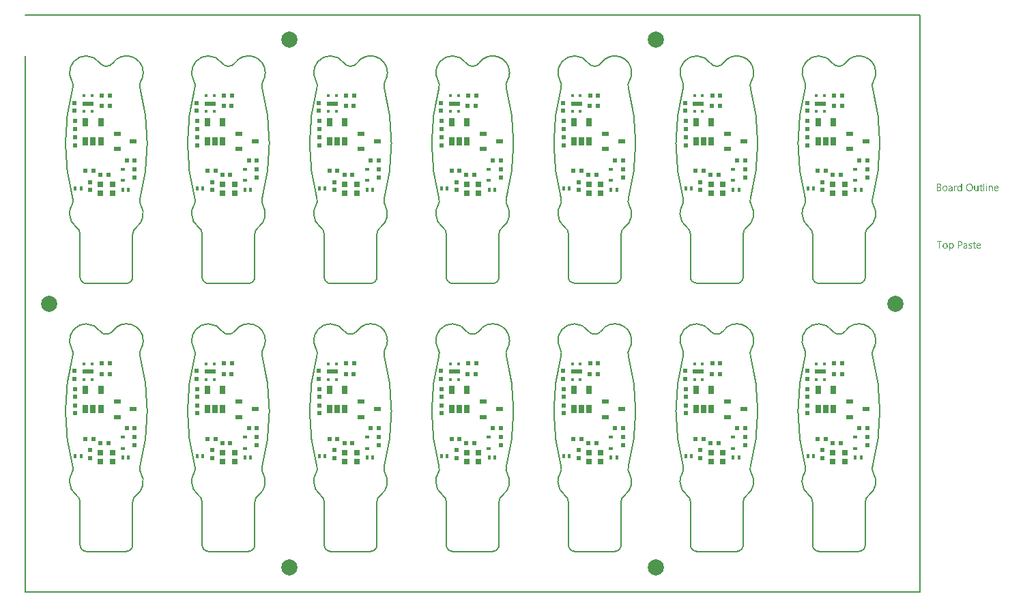
<source format=gtp>
G04*
G04 #@! TF.GenerationSoftware,Altium Limited,Altium Designer,21.9.2 (33)*
G04*
G04 Layer_Color=8421504*
%FSAX25Y25*%
%MOIN*%
G70*
G04*
G04 #@! TF.SameCoordinates,F74DCD8C-1FE1-40F9-8AA5-51ABB7E45146*
G04*
G04*
G04 #@! TF.FilePolarity,Positive*
G04*
G01*
G75*
%ADD10C,0.07874*%
%ADD14R,0.02756X0.03937*%
%ADD15R,0.03543X0.02362*%
%ADD16R,0.03150X0.02559*%
%ADD19R,0.02165X0.01968*%
%ADD20R,0.01968X0.02165*%
%ADD21R,0.02165X0.01968*%
%ADD25C,0.00787*%
%ADD40R,0.01378X0.01772*%
%ADD41R,0.01280X0.02461*%
%ADD42R,0.05512X0.01968*%
%ADD43R,0.02362X0.01575*%
G36*
X0449898Y0179606D02*
X0449923D01*
X0449978Y0179581D01*
X0450009Y0179563D01*
X0450040Y0179538D01*
X0450047Y0179532D01*
X0450053Y0179525D01*
X0450084Y0179488D01*
X0450108Y0179427D01*
X0450115Y0179389D01*
X0450121Y0179352D01*
Y0179346D01*
Y0179334D01*
X0450115Y0179315D01*
X0450108Y0179290D01*
X0450090Y0179228D01*
X0450065Y0179198D01*
X0450040Y0179166D01*
X0450034D01*
X0450028Y0179154D01*
X0449991Y0179129D01*
X0449935Y0179105D01*
X0449898Y0179098D01*
X0449861Y0179092D01*
X0449842D01*
X0449824Y0179098D01*
X0449799D01*
X0449737Y0179123D01*
X0449706Y0179136D01*
X0449675Y0179160D01*
Y0179166D01*
X0449663Y0179173D01*
X0449650Y0179191D01*
X0449638Y0179210D01*
X0449613Y0179272D01*
X0449607Y0179309D01*
X0449601Y0179352D01*
Y0179358D01*
Y0179371D01*
X0449607Y0179389D01*
X0449613Y0179420D01*
X0449632Y0179476D01*
X0449650Y0179507D01*
X0449675Y0179538D01*
X0449681Y0179544D01*
X0449688Y0179550D01*
X0449725Y0179575D01*
X0449787Y0179600D01*
X0449824Y0179612D01*
X0449880D01*
X0449898Y0179606D01*
D02*
G37*
G36*
X0437908Y0175942D02*
X0437506D01*
Y0176363D01*
X0437493D01*
Y0176356D01*
X0437481Y0176344D01*
X0437462Y0176319D01*
X0437444Y0176288D01*
X0437413Y0176251D01*
X0437376Y0176214D01*
X0437332Y0176171D01*
X0437283Y0176127D01*
X0437227Y0176078D01*
X0437159Y0176034D01*
X0437091Y0175997D01*
X0437010Y0175960D01*
X0436930Y0175929D01*
X0436837Y0175904D01*
X0436738Y0175892D01*
X0436633Y0175886D01*
X0436590D01*
X0436552Y0175892D01*
X0436515Y0175898D01*
X0436466Y0175904D01*
X0436361Y0175929D01*
X0436237Y0175966D01*
X0436113Y0176028D01*
X0436045Y0176065D01*
X0435989Y0176109D01*
X0435927Y0176164D01*
X0435872Y0176220D01*
Y0176226D01*
X0435859Y0176239D01*
X0435847Y0176257D01*
X0435828Y0176282D01*
X0435810Y0176313D01*
X0435785Y0176356D01*
X0435760Y0176406D01*
X0435735Y0176462D01*
X0435704Y0176523D01*
X0435680Y0176592D01*
X0435655Y0176666D01*
X0435636Y0176746D01*
X0435618Y0176833D01*
X0435605Y0176932D01*
X0435599Y0177031D01*
X0435593Y0177136D01*
Y0177142D01*
Y0177161D01*
Y0177198D01*
X0435599Y0177241D01*
X0435605Y0177291D01*
X0435611Y0177353D01*
X0435618Y0177421D01*
X0435630Y0177495D01*
X0435667Y0177656D01*
X0435723Y0177823D01*
X0435760Y0177904D01*
X0435803Y0177984D01*
X0435847Y0178059D01*
X0435903Y0178133D01*
X0435909Y0178139D01*
X0435915Y0178151D01*
X0435933Y0178170D01*
X0435958Y0178195D01*
X0435989Y0178219D01*
X0436032Y0178250D01*
X0436076Y0178288D01*
X0436125Y0178325D01*
X0436249Y0178393D01*
X0436391Y0178455D01*
X0436472Y0178473D01*
X0436559Y0178492D01*
X0436645Y0178504D01*
X0436744Y0178510D01*
X0436794D01*
X0436831Y0178504D01*
X0436868Y0178498D01*
X0436918Y0178492D01*
X0437029Y0178461D01*
X0437153Y0178411D01*
X0437215Y0178380D01*
X0437277Y0178337D01*
X0437339Y0178294D01*
X0437394Y0178238D01*
X0437444Y0178176D01*
X0437493Y0178102D01*
X0437506D01*
Y0179662D01*
X0437908D01*
Y0175942D01*
D02*
G37*
G36*
X0452176Y0178504D02*
X0452250Y0178498D01*
X0452343Y0178479D01*
X0452442Y0178448D01*
X0452547Y0178399D01*
X0452653Y0178331D01*
X0452696Y0178294D01*
X0452739Y0178244D01*
X0452752Y0178232D01*
X0452776Y0178195D01*
X0452807Y0178133D01*
X0452851Y0178046D01*
X0452888Y0177941D01*
X0452925Y0177811D01*
X0452950Y0177656D01*
X0452956Y0177477D01*
Y0175942D01*
X0452554D01*
Y0177371D01*
Y0177378D01*
Y0177409D01*
X0452547Y0177446D01*
Y0177495D01*
X0452535Y0177557D01*
X0452523Y0177625D01*
X0452504Y0177699D01*
X0452479Y0177774D01*
X0452448Y0177848D01*
X0452411Y0177916D01*
X0452362Y0177984D01*
X0452306Y0178046D01*
X0452244Y0178096D01*
X0452164Y0178133D01*
X0452077Y0178164D01*
X0451972Y0178170D01*
X0451959D01*
X0451922Y0178164D01*
X0451866Y0178158D01*
X0451798Y0178139D01*
X0451718Y0178114D01*
X0451631Y0178071D01*
X0451551Y0178015D01*
X0451470Y0177941D01*
X0451464Y0177928D01*
X0451439Y0177904D01*
X0451408Y0177854D01*
X0451371Y0177786D01*
X0451334Y0177706D01*
X0451303Y0177607D01*
X0451278Y0177495D01*
X0451272Y0177371D01*
Y0175942D01*
X0450870D01*
Y0178455D01*
X0451272D01*
Y0178034D01*
X0451285D01*
X0451291Y0178040D01*
X0451297Y0178052D01*
X0451316Y0178077D01*
X0451340Y0178108D01*
X0451365Y0178145D01*
X0451402Y0178182D01*
X0451446Y0178226D01*
X0451495Y0178275D01*
X0451551Y0178319D01*
X0451613Y0178362D01*
X0451681Y0178399D01*
X0451755Y0178436D01*
X0451829Y0178467D01*
X0451916Y0178492D01*
X0452009Y0178504D01*
X0452108Y0178510D01*
X0452145D01*
X0452176Y0178504D01*
D02*
G37*
G36*
X0435178Y0178492D02*
X0435253Y0178486D01*
X0435296Y0178473D01*
X0435327Y0178461D01*
Y0178046D01*
X0435321Y0178052D01*
X0435308Y0178059D01*
X0435284Y0178071D01*
X0435253Y0178089D01*
X0435209Y0178102D01*
X0435153Y0178114D01*
X0435092Y0178120D01*
X0435023Y0178127D01*
X0435011D01*
X0434980Y0178120D01*
X0434931Y0178114D01*
X0434875Y0178096D01*
X0434801Y0178065D01*
X0434733Y0178021D01*
X0434658Y0177960D01*
X0434590Y0177879D01*
X0434584Y0177867D01*
X0434565Y0177836D01*
X0434535Y0177780D01*
X0434504Y0177706D01*
X0434473Y0177613D01*
X0434442Y0177495D01*
X0434423Y0177365D01*
X0434417Y0177217D01*
Y0175942D01*
X0434015D01*
Y0178455D01*
X0434417D01*
Y0177935D01*
X0434429D01*
Y0177941D01*
X0434435Y0177947D01*
X0434448Y0177978D01*
X0434466Y0178028D01*
X0434497Y0178089D01*
X0434528Y0178151D01*
X0434578Y0178219D01*
X0434627Y0178288D01*
X0434689Y0178349D01*
X0434695Y0178356D01*
X0434720Y0178374D01*
X0434757Y0178399D01*
X0434807Y0178424D01*
X0434863Y0178448D01*
X0434931Y0178473D01*
X0435005Y0178492D01*
X0435085Y0178498D01*
X0435141D01*
X0435178Y0178492D01*
D02*
G37*
G36*
X0445918Y0175942D02*
X0445515D01*
Y0176338D01*
X0445503D01*
Y0176331D01*
X0445491Y0176319D01*
X0445478Y0176294D01*
X0445454Y0176270D01*
X0445398Y0176195D01*
X0445311Y0176115D01*
X0445262Y0176072D01*
X0445206Y0176028D01*
X0445144Y0175991D01*
X0445070Y0175954D01*
X0444996Y0175929D01*
X0444915Y0175904D01*
X0444822Y0175892D01*
X0444729Y0175886D01*
X0444692D01*
X0444649Y0175892D01*
X0444587Y0175904D01*
X0444519Y0175917D01*
X0444445Y0175942D01*
X0444364Y0175972D01*
X0444284Y0176022D01*
X0444197Y0176078D01*
X0444117Y0176146D01*
X0444042Y0176233D01*
X0443974Y0176338D01*
X0443912Y0176455D01*
X0443869Y0176598D01*
X0443844Y0176765D01*
X0443832Y0176851D01*
Y0176951D01*
Y0178455D01*
X0444228D01*
Y0177012D01*
Y0177006D01*
Y0176981D01*
X0444234Y0176938D01*
X0444240Y0176889D01*
X0444247Y0176827D01*
X0444259Y0176765D01*
X0444277Y0176690D01*
X0444302Y0176616D01*
X0444339Y0176542D01*
X0444377Y0176474D01*
X0444426Y0176406D01*
X0444488Y0176344D01*
X0444556Y0176294D01*
X0444637Y0176257D01*
X0444736Y0176226D01*
X0444841Y0176220D01*
X0444853D01*
X0444890Y0176226D01*
X0444946Y0176233D01*
X0445008Y0176245D01*
X0445088Y0176276D01*
X0445169Y0176313D01*
X0445249Y0176363D01*
X0445324Y0176437D01*
X0445330Y0176449D01*
X0445355Y0176474D01*
X0445386Y0176523D01*
X0445423Y0176592D01*
X0445454Y0176672D01*
X0445485Y0176771D01*
X0445509Y0176882D01*
X0445515Y0177006D01*
Y0178455D01*
X0445918D01*
Y0175942D01*
D02*
G37*
G36*
X0450053D02*
X0449650D01*
Y0178455D01*
X0450053D01*
Y0175942D01*
D02*
G37*
G36*
X0448833D02*
X0448431D01*
Y0179662D01*
X0448833D01*
Y0175942D01*
D02*
G37*
G36*
X0432455Y0178504D02*
X0432510Y0178498D01*
X0432578Y0178479D01*
X0432653Y0178461D01*
X0432733Y0178430D01*
X0432820Y0178393D01*
X0432900Y0178343D01*
X0432981Y0178281D01*
X0433055Y0178207D01*
X0433123Y0178114D01*
X0433179Y0178009D01*
X0433222Y0177885D01*
X0433247Y0177743D01*
X0433259Y0177576D01*
Y0175942D01*
X0432857D01*
Y0176331D01*
X0432845D01*
Y0176325D01*
X0432832Y0176313D01*
X0432820Y0176288D01*
X0432795Y0176263D01*
X0432733Y0176189D01*
X0432653Y0176109D01*
X0432541Y0176028D01*
X0432411Y0175954D01*
X0432331Y0175929D01*
X0432250Y0175904D01*
X0432164Y0175892D01*
X0432071Y0175886D01*
X0432034D01*
X0432009Y0175892D01*
X0431941Y0175898D01*
X0431860Y0175911D01*
X0431761Y0175935D01*
X0431669Y0175966D01*
X0431569Y0176016D01*
X0431483Y0176078D01*
X0431477Y0176090D01*
X0431452Y0176115D01*
X0431415Y0176158D01*
X0431378Y0176220D01*
X0431340Y0176294D01*
X0431303Y0176381D01*
X0431279Y0176486D01*
X0431272Y0176604D01*
Y0176610D01*
Y0176635D01*
X0431279Y0176672D01*
X0431285Y0176715D01*
X0431297Y0176771D01*
X0431316Y0176833D01*
X0431340Y0176901D01*
X0431378Y0176969D01*
X0431421Y0177043D01*
X0431477Y0177118D01*
X0431545Y0177186D01*
X0431625Y0177248D01*
X0431718Y0177310D01*
X0431829Y0177359D01*
X0431953Y0177396D01*
X0432102Y0177427D01*
X0432857Y0177532D01*
Y0177539D01*
Y0177557D01*
X0432851Y0177594D01*
Y0177631D01*
X0432838Y0177681D01*
X0432832Y0177737D01*
X0432795Y0177854D01*
X0432764Y0177910D01*
X0432733Y0177966D01*
X0432690Y0178021D01*
X0432640Y0178071D01*
X0432578Y0178114D01*
X0432510Y0178145D01*
X0432430Y0178164D01*
X0432337Y0178170D01*
X0432294D01*
X0432263Y0178164D01*
X0432219D01*
X0432176Y0178151D01*
X0432065Y0178133D01*
X0431941Y0178096D01*
X0431805Y0178040D01*
X0431730Y0178003D01*
X0431662Y0177966D01*
X0431588Y0177916D01*
X0431520Y0177860D01*
Y0178275D01*
X0431526D01*
X0431538Y0178288D01*
X0431557Y0178300D01*
X0431588Y0178312D01*
X0431619Y0178331D01*
X0431662Y0178349D01*
X0431712Y0178368D01*
X0431768Y0178393D01*
X0431891Y0178436D01*
X0432040Y0178473D01*
X0432201Y0178498D01*
X0432374Y0178510D01*
X0432411D01*
X0432455Y0178504D01*
D02*
G37*
G36*
X0426766Y0179451D02*
X0426809D01*
X0426853Y0179445D01*
X0426952Y0179433D01*
X0427069Y0179402D01*
X0427193Y0179365D01*
X0427311Y0179309D01*
X0427416Y0179235D01*
X0427422D01*
X0427428Y0179222D01*
X0427459Y0179198D01*
X0427503Y0179148D01*
X0427552Y0179080D01*
X0427596Y0178993D01*
X0427639Y0178894D01*
X0427670Y0178783D01*
X0427682Y0178721D01*
Y0178653D01*
Y0178647D01*
Y0178640D01*
Y0178603D01*
X0427676Y0178548D01*
X0427664Y0178479D01*
X0427645Y0178393D01*
X0427614Y0178306D01*
X0427577Y0178219D01*
X0427521Y0178133D01*
X0427515Y0178120D01*
X0427490Y0178096D01*
X0427453Y0178059D01*
X0427404Y0178009D01*
X0427342Y0177960D01*
X0427267Y0177904D01*
X0427175Y0177860D01*
X0427075Y0177817D01*
Y0177811D01*
X0427094D01*
X0427113Y0177805D01*
X0427131Y0177798D01*
X0427199Y0177786D01*
X0427280Y0177761D01*
X0427366Y0177724D01*
X0427459Y0177681D01*
X0427552Y0177619D01*
X0427639Y0177539D01*
X0427651Y0177526D01*
X0427676Y0177495D01*
X0427707Y0177452D01*
X0427750Y0177384D01*
X0427787Y0177297D01*
X0427824Y0177198D01*
X0427849Y0177081D01*
X0427855Y0176951D01*
Y0176944D01*
Y0176932D01*
Y0176907D01*
X0427849Y0176876D01*
X0427843Y0176839D01*
X0427837Y0176796D01*
X0427812Y0176690D01*
X0427775Y0176573D01*
X0427719Y0176449D01*
X0427682Y0176393D01*
X0427639Y0176331D01*
X0427583Y0176276D01*
X0427527Y0176220D01*
X0427521D01*
X0427515Y0176208D01*
X0427496Y0176195D01*
X0427472Y0176177D01*
X0427441Y0176158D01*
X0427397Y0176133D01*
X0427305Y0176084D01*
X0427187Y0176028D01*
X0427051Y0175985D01*
X0426890Y0175954D01*
X0426809Y0175948D01*
X0426717Y0175942D01*
X0425689D01*
Y0179457D01*
X0426735D01*
X0426766Y0179451D01*
D02*
G37*
G36*
X0447261Y0178455D02*
X0447899D01*
Y0178108D01*
X0447261D01*
Y0176690D01*
Y0176678D01*
Y0176647D01*
X0447267Y0176604D01*
X0447273Y0176548D01*
X0447298Y0176430D01*
X0447317Y0176375D01*
X0447348Y0176331D01*
X0447354Y0176325D01*
X0447366Y0176313D01*
X0447385Y0176301D01*
X0447416Y0176282D01*
X0447453Y0176257D01*
X0447503Y0176245D01*
X0447564Y0176233D01*
X0447633Y0176226D01*
X0447657D01*
X0447688Y0176233D01*
X0447725Y0176239D01*
X0447812Y0176263D01*
X0447855Y0176282D01*
X0447899Y0176307D01*
Y0175960D01*
X0447893D01*
X0447874Y0175948D01*
X0447843Y0175942D01*
X0447800Y0175929D01*
X0447744Y0175917D01*
X0447682Y0175904D01*
X0447608Y0175898D01*
X0447521Y0175892D01*
X0447490D01*
X0447459Y0175898D01*
X0447416Y0175904D01*
X0447366Y0175917D01*
X0447311Y0175929D01*
X0447255Y0175954D01*
X0447193Y0175985D01*
X0447131Y0176022D01*
X0447069Y0176072D01*
X0447014Y0176127D01*
X0446964Y0176201D01*
X0446921Y0176282D01*
X0446890Y0176381D01*
X0446865Y0176493D01*
X0446859Y0176622D01*
Y0178108D01*
X0446432D01*
Y0178455D01*
X0446859D01*
Y0179068D01*
X0447261Y0179198D01*
Y0178455D01*
D02*
G37*
G36*
X0454788Y0178504D02*
X0454832Y0178498D01*
X0454875Y0178492D01*
X0454986Y0178473D01*
X0455110Y0178430D01*
X0455234Y0178374D01*
X0455296Y0178337D01*
X0455358Y0178294D01*
X0455413Y0178244D01*
X0455469Y0178189D01*
X0455475Y0178182D01*
X0455481Y0178176D01*
X0455494Y0178158D01*
X0455512Y0178133D01*
X0455531Y0178096D01*
X0455556Y0178059D01*
X0455581Y0178015D01*
X0455605Y0177960D01*
X0455630Y0177898D01*
X0455655Y0177836D01*
X0455680Y0177761D01*
X0455698Y0177681D01*
X0455717Y0177594D01*
X0455729Y0177508D01*
X0455741Y0177409D01*
Y0177303D01*
Y0177093D01*
X0453965D01*
Y0177087D01*
Y0177074D01*
Y0177056D01*
X0453971Y0177025D01*
X0453977Y0176988D01*
Y0176951D01*
X0453996Y0176851D01*
X0454027Y0176752D01*
X0454064Y0176641D01*
X0454120Y0176536D01*
X0454188Y0176443D01*
X0454200Y0176430D01*
X0454225Y0176406D01*
X0454274Y0176375D01*
X0454343Y0176331D01*
X0454429Y0176288D01*
X0454528Y0176257D01*
X0454646Y0176233D01*
X0454782Y0176220D01*
X0454825D01*
X0454856Y0176226D01*
X0454893D01*
X0454937Y0176233D01*
X0455042Y0176257D01*
X0455160Y0176288D01*
X0455290Y0176338D01*
X0455426Y0176406D01*
X0455494Y0176449D01*
X0455562Y0176499D01*
Y0176121D01*
X0455556D01*
X0455549Y0176109D01*
X0455531Y0176102D01*
X0455500Y0176084D01*
X0455469Y0176065D01*
X0455432Y0176047D01*
X0455382Y0176028D01*
X0455333Y0176003D01*
X0455271Y0175979D01*
X0455203Y0175960D01*
X0455054Y0175923D01*
X0454881Y0175898D01*
X0454689Y0175886D01*
X0454640D01*
X0454602Y0175892D01*
X0454559Y0175898D01*
X0454503Y0175904D01*
X0454386Y0175929D01*
X0454250Y0175966D01*
X0454113Y0176028D01*
X0454045Y0176072D01*
X0453977Y0176115D01*
X0453915Y0176164D01*
X0453854Y0176226D01*
X0453847Y0176233D01*
X0453841Y0176245D01*
X0453829Y0176263D01*
X0453804Y0176288D01*
X0453785Y0176325D01*
X0453761Y0176369D01*
X0453730Y0176418D01*
X0453705Y0176474D01*
X0453674Y0176536D01*
X0453649Y0176610D01*
X0453618Y0176690D01*
X0453600Y0176777D01*
X0453581Y0176870D01*
X0453562Y0176969D01*
X0453556Y0177074D01*
X0453550Y0177186D01*
Y0177192D01*
Y0177210D01*
Y0177241D01*
X0453556Y0177285D01*
X0453562Y0177334D01*
X0453569Y0177390D01*
X0453575Y0177458D01*
X0453593Y0177526D01*
X0453631Y0177675D01*
X0453686Y0177836D01*
X0453723Y0177916D01*
X0453773Y0177990D01*
X0453823Y0178071D01*
X0453878Y0178139D01*
X0453884Y0178145D01*
X0453897Y0178158D01*
X0453915Y0178176D01*
X0453940Y0178195D01*
X0453971Y0178226D01*
X0454008Y0178257D01*
X0454058Y0178288D01*
X0454107Y0178325D01*
X0454225Y0178393D01*
X0454367Y0178455D01*
X0454448Y0178473D01*
X0454528Y0178492D01*
X0454615Y0178504D01*
X0454708Y0178510D01*
X0454757D01*
X0454788Y0178504D01*
D02*
G37*
G36*
X0441746Y0179513D02*
X0441808Y0179507D01*
X0441882Y0179495D01*
X0441962Y0179476D01*
X0442049Y0179457D01*
X0442136Y0179433D01*
X0442235Y0179402D01*
X0442328Y0179358D01*
X0442427Y0179309D01*
X0442526Y0179253D01*
X0442619Y0179185D01*
X0442711Y0179111D01*
X0442798Y0179024D01*
X0442804Y0179018D01*
X0442817Y0178999D01*
X0442841Y0178975D01*
X0442866Y0178937D01*
X0442903Y0178888D01*
X0442941Y0178826D01*
X0442978Y0178758D01*
X0443021Y0178684D01*
X0443064Y0178591D01*
X0443101Y0178498D01*
X0443139Y0178393D01*
X0443176Y0178275D01*
X0443200Y0178158D01*
X0443225Y0178028D01*
X0443238Y0177885D01*
X0443244Y0177743D01*
Y0177730D01*
Y0177706D01*
Y0177662D01*
X0443238Y0177601D01*
X0443231Y0177526D01*
X0443219Y0177446D01*
X0443207Y0177353D01*
X0443188Y0177248D01*
X0443163Y0177142D01*
X0443132Y0177031D01*
X0443095Y0176920D01*
X0443052Y0176808D01*
X0442996Y0176690D01*
X0442934Y0176585D01*
X0442866Y0176480D01*
X0442786Y0176381D01*
X0442780Y0176375D01*
X0442767Y0176363D01*
X0442736Y0176338D01*
X0442705Y0176307D01*
X0442656Y0176263D01*
X0442600Y0176226D01*
X0442538Y0176177D01*
X0442464Y0176133D01*
X0442383Y0176090D01*
X0442290Y0176041D01*
X0442192Y0176003D01*
X0442080Y0175966D01*
X0441962Y0175929D01*
X0441839Y0175904D01*
X0441709Y0175892D01*
X0441566Y0175886D01*
X0441535D01*
X0441492Y0175892D01*
X0441442D01*
X0441381Y0175898D01*
X0441306Y0175911D01*
X0441226Y0175929D01*
X0441133Y0175948D01*
X0441040Y0175972D01*
X0440941Y0176003D01*
X0440842Y0176047D01*
X0440743Y0176090D01*
X0440644Y0176146D01*
X0440545Y0176214D01*
X0440452Y0176288D01*
X0440366Y0176375D01*
X0440359Y0176381D01*
X0440347Y0176400D01*
X0440322Y0176424D01*
X0440297Y0176462D01*
X0440260Y0176511D01*
X0440223Y0176573D01*
X0440186Y0176641D01*
X0440143Y0176722D01*
X0440099Y0176808D01*
X0440062Y0176901D01*
X0440025Y0177006D01*
X0439988Y0177124D01*
X0439963Y0177241D01*
X0439938Y0177371D01*
X0439926Y0177514D01*
X0439920Y0177656D01*
Y0177669D01*
Y0177693D01*
X0439926Y0177737D01*
Y0177798D01*
X0439932Y0177867D01*
X0439945Y0177953D01*
X0439957Y0178046D01*
X0439976Y0178145D01*
X0440000Y0178250D01*
X0440031Y0178362D01*
X0440068Y0178473D01*
X0440112Y0178585D01*
X0440167Y0178696D01*
X0440229Y0178807D01*
X0440297Y0178913D01*
X0440378Y0179012D01*
X0440384Y0179018D01*
X0440396Y0179036D01*
X0440427Y0179061D01*
X0440464Y0179092D01*
X0440508Y0179129D01*
X0440563Y0179173D01*
X0440632Y0179216D01*
X0440706Y0179266D01*
X0440793Y0179315D01*
X0440885Y0179358D01*
X0440984Y0179402D01*
X0441096Y0179439D01*
X0441220Y0179470D01*
X0441350Y0179501D01*
X0441486Y0179513D01*
X0441628Y0179519D01*
X0441696D01*
X0441746Y0179513D01*
D02*
G37*
G36*
X0429719Y0178504D02*
X0429762Y0178498D01*
X0429818Y0178492D01*
X0429942Y0178467D01*
X0430084Y0178424D01*
X0430226Y0178362D01*
X0430301Y0178325D01*
X0430369Y0178281D01*
X0430437Y0178226D01*
X0430499Y0178164D01*
X0430505Y0178158D01*
X0430511Y0178145D01*
X0430530Y0178127D01*
X0430548Y0178102D01*
X0430573Y0178065D01*
X0430598Y0178021D01*
X0430629Y0177972D01*
X0430659Y0177916D01*
X0430684Y0177848D01*
X0430715Y0177780D01*
X0430740Y0177699D01*
X0430765Y0177613D01*
X0430783Y0177520D01*
X0430802Y0177421D01*
X0430808Y0177316D01*
X0430814Y0177204D01*
Y0177198D01*
Y0177180D01*
Y0177149D01*
X0430808Y0177105D01*
X0430802Y0177056D01*
X0430796Y0176994D01*
X0430783Y0176932D01*
X0430771Y0176858D01*
X0430734Y0176709D01*
X0430672Y0176548D01*
X0430635Y0176468D01*
X0430585Y0176387D01*
X0430536Y0176313D01*
X0430474Y0176245D01*
X0430468Y0176239D01*
X0430455Y0176233D01*
X0430437Y0176214D01*
X0430412Y0176189D01*
X0430375Y0176164D01*
X0430338Y0176133D01*
X0430288Y0176096D01*
X0430232Y0176065D01*
X0430170Y0176034D01*
X0430102Y0175997D01*
X0430028Y0175966D01*
X0429948Y0175942D01*
X0429861Y0175917D01*
X0429768Y0175904D01*
X0429669Y0175892D01*
X0429564Y0175886D01*
X0429508D01*
X0429471Y0175892D01*
X0429428Y0175898D01*
X0429372Y0175904D01*
X0429310Y0175917D01*
X0429242Y0175929D01*
X0429100Y0175972D01*
X0428951Y0176034D01*
X0428877Y0176072D01*
X0428809Y0176121D01*
X0428741Y0176171D01*
X0428673Y0176233D01*
X0428666Y0176239D01*
X0428660Y0176251D01*
X0428642Y0176270D01*
X0428623Y0176294D01*
X0428598Y0176331D01*
X0428567Y0176375D01*
X0428536Y0176424D01*
X0428512Y0176480D01*
X0428481Y0176548D01*
X0428450Y0176616D01*
X0428419Y0176690D01*
X0428394Y0176777D01*
X0428357Y0176963D01*
X0428351Y0177062D01*
X0428344Y0177167D01*
Y0177173D01*
Y0177198D01*
Y0177229D01*
X0428351Y0177272D01*
X0428357Y0177322D01*
X0428363Y0177384D01*
X0428375Y0177452D01*
X0428388Y0177526D01*
X0428425Y0177687D01*
X0428487Y0177848D01*
X0428530Y0177928D01*
X0428574Y0178009D01*
X0428623Y0178083D01*
X0428685Y0178151D01*
X0428691Y0178158D01*
X0428703Y0178170D01*
X0428722Y0178182D01*
X0428747Y0178207D01*
X0428784Y0178232D01*
X0428827Y0178263D01*
X0428877Y0178300D01*
X0428933Y0178331D01*
X0428994Y0178362D01*
X0429069Y0178399D01*
X0429143Y0178430D01*
X0429230Y0178455D01*
X0429316Y0178479D01*
X0429415Y0178498D01*
X0429521Y0178504D01*
X0429626Y0178510D01*
X0429681D01*
X0429719Y0178504D01*
D02*
G37*
G36*
X0432931Y0150466D02*
X0432975Y0150460D01*
X0433018Y0150454D01*
X0433129Y0150429D01*
X0433253Y0150392D01*
X0433377Y0150330D01*
X0433439Y0150293D01*
X0433501Y0150243D01*
X0433557Y0150194D01*
X0433612Y0150132D01*
X0433618Y0150126D01*
X0433625Y0150119D01*
X0433637Y0150095D01*
X0433656Y0150070D01*
X0433674Y0150039D01*
X0433699Y0149996D01*
X0433724Y0149946D01*
X0433748Y0149897D01*
X0433773Y0149835D01*
X0433798Y0149767D01*
X0433823Y0149692D01*
X0433841Y0149612D01*
X0433872Y0149432D01*
X0433884Y0149333D01*
Y0149228D01*
Y0149222D01*
Y0149203D01*
Y0149166D01*
X0433878Y0149123D01*
Y0149073D01*
X0433866Y0149011D01*
X0433860Y0148943D01*
X0433847Y0148869D01*
X0433810Y0148708D01*
X0433754Y0148541D01*
X0433717Y0148460D01*
X0433680Y0148380D01*
X0433631Y0148300D01*
X0433575Y0148225D01*
X0433569Y0148219D01*
X0433563Y0148207D01*
X0433544Y0148188D01*
X0433519Y0148170D01*
X0433488Y0148138D01*
X0433451Y0148108D01*
X0433408Y0148070D01*
X0433358Y0148039D01*
X0433303Y0148002D01*
X0433241Y0147965D01*
X0433092Y0147909D01*
X0433012Y0147885D01*
X0432931Y0147866D01*
X0432838Y0147854D01*
X0432739Y0147848D01*
X0432690D01*
X0432659Y0147854D01*
X0432616Y0147860D01*
X0432572Y0147872D01*
X0432461Y0147897D01*
X0432343Y0147947D01*
X0432275Y0147984D01*
X0432213Y0148021D01*
X0432151Y0148070D01*
X0432096Y0148126D01*
X0432034Y0148188D01*
X0431984Y0148262D01*
X0431972D01*
Y0146752D01*
X0431569D01*
Y0150417D01*
X0431972D01*
Y0149971D01*
X0431984D01*
X0431990Y0149977D01*
X0431997Y0149996D01*
X0432015Y0150020D01*
X0432040Y0150051D01*
X0432071Y0150088D01*
X0432108Y0150132D01*
X0432151Y0150175D01*
X0432207Y0150225D01*
X0432263Y0150268D01*
X0432325Y0150311D01*
X0432399Y0150355D01*
X0432473Y0150392D01*
X0432560Y0150429D01*
X0432653Y0150454D01*
X0432746Y0150466D01*
X0432851Y0150472D01*
X0432900D01*
X0432931Y0150466D01*
D02*
G37*
G36*
X0442204D02*
X0442284Y0150460D01*
X0442371Y0150447D01*
X0442470Y0150423D01*
X0442569Y0150398D01*
X0442668Y0150361D01*
Y0149952D01*
X0442656Y0149958D01*
X0442619Y0149983D01*
X0442563Y0150008D01*
X0442489Y0150045D01*
X0442396Y0150076D01*
X0442284Y0150107D01*
X0442161Y0150126D01*
X0442031Y0150132D01*
X0441962D01*
X0441901Y0150119D01*
X0441826Y0150107D01*
X0441820D01*
X0441814Y0150101D01*
X0441777Y0150088D01*
X0441727Y0150064D01*
X0441672Y0150033D01*
X0441659Y0150027D01*
X0441634Y0150002D01*
X0441604Y0149965D01*
X0441573Y0149921D01*
X0441566Y0149909D01*
X0441554Y0149878D01*
X0441542Y0149835D01*
X0441535Y0149779D01*
Y0149773D01*
Y0149760D01*
Y0149742D01*
X0441542Y0149723D01*
X0441554Y0149668D01*
X0441573Y0149612D01*
X0441579Y0149599D01*
X0441597Y0149575D01*
X0441634Y0149538D01*
X0441678Y0149494D01*
X0441684D01*
X0441690Y0149488D01*
X0441727Y0149463D01*
X0441777Y0149432D01*
X0441845Y0149401D01*
X0441851D01*
X0441863Y0149395D01*
X0441882Y0149389D01*
X0441913Y0149376D01*
X0441981Y0149352D01*
X0442068Y0149315D01*
X0442074D01*
X0442099Y0149302D01*
X0442130Y0149290D01*
X0442167Y0149277D01*
X0442266Y0149234D01*
X0442365Y0149185D01*
X0442371D01*
X0442390Y0149172D01*
X0442414Y0149160D01*
X0442445Y0149141D01*
X0442520Y0149092D01*
X0442594Y0149030D01*
X0442600Y0149024D01*
X0442612Y0149018D01*
X0442625Y0148999D01*
X0442650Y0148974D01*
X0442693Y0148912D01*
X0442736Y0148832D01*
Y0148826D01*
X0442742Y0148813D01*
X0442755Y0148788D01*
X0442761Y0148758D01*
X0442773Y0148720D01*
X0442780Y0148677D01*
X0442786Y0148572D01*
Y0148566D01*
Y0148541D01*
X0442780Y0148504D01*
X0442773Y0148460D01*
X0442767Y0148411D01*
X0442749Y0148355D01*
X0442730Y0148306D01*
X0442699Y0148250D01*
X0442693Y0148244D01*
X0442687Y0148225D01*
X0442668Y0148200D01*
X0442643Y0148170D01*
X0442612Y0148132D01*
X0442575Y0148095D01*
X0442482Y0148021D01*
X0442476Y0148015D01*
X0442458Y0148009D01*
X0442433Y0147990D01*
X0442390Y0147971D01*
X0442346Y0147947D01*
X0442290Y0147928D01*
X0442235Y0147909D01*
X0442167Y0147891D01*
X0442161D01*
X0442136Y0147885D01*
X0442099Y0147879D01*
X0442055Y0147872D01*
X0441993Y0147860D01*
X0441931Y0147854D01*
X0441789Y0147848D01*
X0441727D01*
X0441653Y0147854D01*
X0441560Y0147866D01*
X0441455Y0147885D01*
X0441343Y0147909D01*
X0441232Y0147941D01*
X0441121Y0147990D01*
Y0148423D01*
X0441127D01*
X0441133Y0148411D01*
X0441152Y0148398D01*
X0441176Y0148386D01*
X0441244Y0148349D01*
X0441337Y0148306D01*
X0441442Y0148256D01*
X0441566Y0148219D01*
X0441703Y0148194D01*
X0441845Y0148182D01*
X0441894D01*
X0441925Y0148188D01*
X0442012Y0148200D01*
X0442111Y0148225D01*
X0442204Y0148268D01*
X0442247Y0148300D01*
X0442290Y0148330D01*
X0442321Y0148374D01*
X0442346Y0148417D01*
X0442365Y0148473D01*
X0442371Y0148535D01*
Y0148541D01*
Y0148553D01*
Y0148572D01*
X0442365Y0148590D01*
X0442352Y0148646D01*
X0442328Y0148702D01*
Y0148708D01*
X0442321Y0148714D01*
X0442297Y0148745D01*
X0442260Y0148788D01*
X0442204Y0148826D01*
X0442198D01*
X0442192Y0148838D01*
X0442154Y0148857D01*
X0442099Y0148894D01*
X0442024Y0148925D01*
X0442018D01*
X0442006Y0148931D01*
X0441987Y0148943D01*
X0441956Y0148956D01*
X0441888Y0148980D01*
X0441802Y0149018D01*
X0441795D01*
X0441771Y0149030D01*
X0441740Y0149042D01*
X0441703Y0149055D01*
X0441604Y0149098D01*
X0441504Y0149147D01*
X0441498Y0149154D01*
X0441486Y0149160D01*
X0441461Y0149172D01*
X0441430Y0149191D01*
X0441362Y0149240D01*
X0441294Y0149296D01*
X0441288Y0149302D01*
X0441282Y0149308D01*
X0441263Y0149327D01*
X0441244Y0149352D01*
X0441201Y0149414D01*
X0441164Y0149488D01*
Y0149494D01*
X0441158Y0149506D01*
X0441152Y0149531D01*
X0441145Y0149562D01*
X0441139Y0149599D01*
X0441133Y0149643D01*
X0441127Y0149748D01*
Y0149754D01*
Y0149779D01*
X0441133Y0149810D01*
X0441139Y0149853D01*
X0441145Y0149903D01*
X0441164Y0149952D01*
X0441183Y0150008D01*
X0441207Y0150057D01*
X0441214Y0150064D01*
X0441220Y0150082D01*
X0441238Y0150107D01*
X0441263Y0150138D01*
X0441331Y0150212D01*
X0441418Y0150286D01*
X0441424Y0150293D01*
X0441442Y0150299D01*
X0441467Y0150317D01*
X0441511Y0150336D01*
X0441554Y0150361D01*
X0441604Y0150385D01*
X0441727Y0150423D01*
X0441733D01*
X0441758Y0150429D01*
X0441789Y0150441D01*
X0441839Y0150447D01*
X0441888Y0150460D01*
X0441950Y0150466D01*
X0442086Y0150472D01*
X0442142D01*
X0442204Y0150466D01*
D02*
G37*
G36*
X0439709D02*
X0439765Y0150460D01*
X0439833Y0150441D01*
X0439907Y0150423D01*
X0439988Y0150392D01*
X0440074Y0150355D01*
X0440155Y0150305D01*
X0440236Y0150243D01*
X0440310Y0150169D01*
X0440378Y0150076D01*
X0440434Y0149971D01*
X0440477Y0149847D01*
X0440502Y0149705D01*
X0440514Y0149538D01*
Y0147903D01*
X0440112D01*
Y0148293D01*
X0440099D01*
Y0148287D01*
X0440087Y0148275D01*
X0440074Y0148250D01*
X0440050Y0148225D01*
X0439988Y0148151D01*
X0439907Y0148070D01*
X0439796Y0147990D01*
X0439666Y0147916D01*
X0439585Y0147891D01*
X0439505Y0147866D01*
X0439418Y0147854D01*
X0439326Y0147848D01*
X0439288D01*
X0439264Y0147854D01*
X0439196Y0147860D01*
X0439115Y0147872D01*
X0439016Y0147897D01*
X0438923Y0147928D01*
X0438824Y0147978D01*
X0438737Y0148039D01*
X0438731Y0148052D01*
X0438706Y0148077D01*
X0438669Y0148120D01*
X0438632Y0148182D01*
X0438595Y0148256D01*
X0438558Y0148343D01*
X0438533Y0148448D01*
X0438527Y0148566D01*
Y0148572D01*
Y0148597D01*
X0438533Y0148634D01*
X0438539Y0148677D01*
X0438552Y0148733D01*
X0438570Y0148795D01*
X0438595Y0148863D01*
X0438632Y0148931D01*
X0438676Y0149005D01*
X0438731Y0149079D01*
X0438799Y0149147D01*
X0438880Y0149209D01*
X0438973Y0149271D01*
X0439084Y0149321D01*
X0439208Y0149358D01*
X0439357Y0149389D01*
X0440112Y0149494D01*
Y0149500D01*
Y0149519D01*
X0440105Y0149556D01*
Y0149593D01*
X0440093Y0149643D01*
X0440087Y0149698D01*
X0440050Y0149816D01*
X0440019Y0149872D01*
X0439988Y0149927D01*
X0439945Y0149983D01*
X0439895Y0150033D01*
X0439833Y0150076D01*
X0439765Y0150107D01*
X0439685Y0150126D01*
X0439592Y0150132D01*
X0439548D01*
X0439517Y0150126D01*
X0439474D01*
X0439431Y0150113D01*
X0439319Y0150095D01*
X0439196Y0150057D01*
X0439059Y0150002D01*
X0438985Y0149965D01*
X0438917Y0149927D01*
X0438843Y0149878D01*
X0438775Y0149822D01*
Y0150237D01*
X0438781D01*
X0438793Y0150249D01*
X0438812Y0150262D01*
X0438843Y0150274D01*
X0438874Y0150293D01*
X0438917Y0150311D01*
X0438967Y0150330D01*
X0439022Y0150355D01*
X0439146Y0150398D01*
X0439295Y0150435D01*
X0439456Y0150460D01*
X0439629Y0150472D01*
X0439666D01*
X0439709Y0150466D01*
D02*
G37*
G36*
X0437010Y0151413D02*
X0437060D01*
X0437110Y0151407D01*
X0437240Y0151382D01*
X0437376Y0151351D01*
X0437524Y0151302D01*
X0437667Y0151233D01*
X0437729Y0151190D01*
X0437790Y0151141D01*
X0437797D01*
X0437803Y0151128D01*
X0437821Y0151110D01*
X0437840Y0151091D01*
X0437889Y0151029D01*
X0437951Y0150943D01*
X0438007Y0150831D01*
X0438057Y0150701D01*
X0438094Y0150546D01*
X0438100Y0150460D01*
X0438106Y0150367D01*
Y0150361D01*
Y0150342D01*
Y0150317D01*
X0438100Y0150286D01*
X0438094Y0150243D01*
X0438088Y0150194D01*
X0438063Y0150076D01*
X0438019Y0149946D01*
X0437957Y0149810D01*
X0437920Y0149742D01*
X0437877Y0149674D01*
X0437821Y0149606D01*
X0437759Y0149544D01*
X0437753Y0149538D01*
X0437741Y0149531D01*
X0437722Y0149513D01*
X0437698Y0149494D01*
X0437660Y0149469D01*
X0437617Y0149445D01*
X0437568Y0149414D01*
X0437512Y0149389D01*
X0437450Y0149358D01*
X0437382Y0149327D01*
X0437301Y0149302D01*
X0437221Y0149277D01*
X0437035Y0149240D01*
X0436936Y0149234D01*
X0436831Y0149228D01*
X0436367D01*
Y0147903D01*
X0435952D01*
Y0151419D01*
X0436973D01*
X0437010Y0151413D01*
D02*
G37*
G36*
X0428128Y0151048D02*
X0427113D01*
Y0147903D01*
X0426704D01*
Y0151048D01*
X0425689D01*
Y0151419D01*
X0428128D01*
Y0151048D01*
D02*
G37*
G36*
X0443937Y0150417D02*
X0444575D01*
Y0150070D01*
X0443937D01*
Y0148652D01*
Y0148640D01*
Y0148609D01*
X0443943Y0148566D01*
X0443950Y0148510D01*
X0443974Y0148392D01*
X0443993Y0148337D01*
X0444024Y0148293D01*
X0444030Y0148287D01*
X0444042Y0148275D01*
X0444061Y0148262D01*
X0444092Y0148244D01*
X0444129Y0148219D01*
X0444178Y0148207D01*
X0444240Y0148194D01*
X0444309Y0148188D01*
X0444333D01*
X0444364Y0148194D01*
X0444401Y0148200D01*
X0444488Y0148225D01*
X0444531Y0148244D01*
X0444575Y0148268D01*
Y0147922D01*
X0444568D01*
X0444550Y0147909D01*
X0444519Y0147903D01*
X0444476Y0147891D01*
X0444420Y0147879D01*
X0444358Y0147866D01*
X0444284Y0147860D01*
X0444197Y0147854D01*
X0444166D01*
X0444135Y0147860D01*
X0444092Y0147866D01*
X0444042Y0147879D01*
X0443987Y0147891D01*
X0443931Y0147916D01*
X0443869Y0147947D01*
X0443807Y0147984D01*
X0443745Y0148033D01*
X0443689Y0148089D01*
X0443640Y0148163D01*
X0443597Y0148244D01*
X0443566Y0148343D01*
X0443541Y0148454D01*
X0443535Y0148584D01*
Y0150070D01*
X0443108D01*
Y0150417D01*
X0443535D01*
Y0151029D01*
X0443937Y0151159D01*
Y0150417D01*
D02*
G37*
G36*
X0446178Y0150466D02*
X0446221Y0150460D01*
X0446265Y0150454D01*
X0446376Y0150435D01*
X0446500Y0150392D01*
X0446624Y0150336D01*
X0446686Y0150299D01*
X0446747Y0150256D01*
X0446803Y0150206D01*
X0446859Y0150150D01*
X0446865Y0150144D01*
X0446871Y0150138D01*
X0446883Y0150119D01*
X0446902Y0150095D01*
X0446921Y0150057D01*
X0446945Y0150020D01*
X0446970Y0149977D01*
X0446995Y0149921D01*
X0447020Y0149859D01*
X0447045Y0149797D01*
X0447069Y0149723D01*
X0447088Y0149643D01*
X0447106Y0149556D01*
X0447119Y0149469D01*
X0447131Y0149370D01*
Y0149265D01*
Y0149055D01*
X0445355D01*
Y0149048D01*
Y0149036D01*
Y0149018D01*
X0445361Y0148987D01*
X0445367Y0148949D01*
Y0148912D01*
X0445386Y0148813D01*
X0445416Y0148714D01*
X0445454Y0148603D01*
X0445509Y0148498D01*
X0445577Y0148405D01*
X0445590Y0148392D01*
X0445615Y0148368D01*
X0445664Y0148337D01*
X0445732Y0148293D01*
X0445819Y0148250D01*
X0445918Y0148219D01*
X0446035Y0148194D01*
X0446172Y0148182D01*
X0446215D01*
X0446246Y0148188D01*
X0446283D01*
X0446326Y0148194D01*
X0446432Y0148219D01*
X0446549Y0148250D01*
X0446679Y0148300D01*
X0446815Y0148368D01*
X0446883Y0148411D01*
X0446952Y0148460D01*
Y0148083D01*
X0446945D01*
X0446939Y0148070D01*
X0446921Y0148064D01*
X0446890Y0148046D01*
X0446859Y0148027D01*
X0446822Y0148009D01*
X0446772Y0147990D01*
X0446723Y0147965D01*
X0446661Y0147941D01*
X0446593Y0147922D01*
X0446444Y0147885D01*
X0446271Y0147860D01*
X0446079Y0147848D01*
X0446029D01*
X0445992Y0147854D01*
X0445949Y0147860D01*
X0445893Y0147866D01*
X0445776Y0147891D01*
X0445639Y0147928D01*
X0445503Y0147990D01*
X0445435Y0148033D01*
X0445367Y0148077D01*
X0445305Y0148126D01*
X0445243Y0148188D01*
X0445237Y0148194D01*
X0445231Y0148207D01*
X0445218Y0148225D01*
X0445194Y0148250D01*
X0445175Y0148287D01*
X0445150Y0148330D01*
X0445119Y0148380D01*
X0445095Y0148436D01*
X0445064Y0148498D01*
X0445039Y0148572D01*
X0445008Y0148652D01*
X0444989Y0148739D01*
X0444971Y0148832D01*
X0444952Y0148931D01*
X0444946Y0149036D01*
X0444940Y0149147D01*
Y0149154D01*
Y0149172D01*
Y0149203D01*
X0444946Y0149247D01*
X0444952Y0149296D01*
X0444958Y0149352D01*
X0444965Y0149420D01*
X0444983Y0149488D01*
X0445020Y0149636D01*
X0445076Y0149797D01*
X0445113Y0149878D01*
X0445163Y0149952D01*
X0445212Y0150033D01*
X0445268Y0150101D01*
X0445274Y0150107D01*
X0445287Y0150119D01*
X0445305Y0150138D01*
X0445330Y0150156D01*
X0445361Y0150187D01*
X0445398Y0150218D01*
X0445447Y0150249D01*
X0445497Y0150286D01*
X0445615Y0150355D01*
X0445757Y0150417D01*
X0445837Y0150435D01*
X0445918Y0150454D01*
X0446005Y0150466D01*
X0446097Y0150472D01*
X0446147D01*
X0446178Y0150466D01*
D02*
G37*
G36*
X0429830D02*
X0429873Y0150460D01*
X0429929Y0150454D01*
X0430053Y0150429D01*
X0430195Y0150385D01*
X0430338Y0150324D01*
X0430412Y0150286D01*
X0430480Y0150243D01*
X0430548Y0150187D01*
X0430610Y0150126D01*
X0430616Y0150119D01*
X0430622Y0150107D01*
X0430641Y0150088D01*
X0430659Y0150064D01*
X0430684Y0150027D01*
X0430709Y0149983D01*
X0430740Y0149934D01*
X0430771Y0149878D01*
X0430796Y0149810D01*
X0430827Y0149742D01*
X0430851Y0149661D01*
X0430876Y0149575D01*
X0430895Y0149482D01*
X0430913Y0149383D01*
X0430920Y0149277D01*
X0430926Y0149166D01*
Y0149160D01*
Y0149141D01*
Y0149110D01*
X0430920Y0149067D01*
X0430913Y0149018D01*
X0430907Y0148956D01*
X0430895Y0148894D01*
X0430882Y0148819D01*
X0430845Y0148671D01*
X0430783Y0148510D01*
X0430746Y0148430D01*
X0430697Y0148349D01*
X0430647Y0148275D01*
X0430585Y0148207D01*
X0430579Y0148200D01*
X0430567Y0148194D01*
X0430548Y0148176D01*
X0430523Y0148151D01*
X0430486Y0148126D01*
X0430449Y0148095D01*
X0430400Y0148058D01*
X0430344Y0148027D01*
X0430282Y0147996D01*
X0430214Y0147959D01*
X0430140Y0147928D01*
X0430059Y0147903D01*
X0429973Y0147879D01*
X0429880Y0147866D01*
X0429781Y0147854D01*
X0429675Y0147848D01*
X0429620D01*
X0429583Y0147854D01*
X0429539Y0147860D01*
X0429483Y0147866D01*
X0429422Y0147879D01*
X0429353Y0147891D01*
X0429211Y0147934D01*
X0429063Y0147996D01*
X0428988Y0148033D01*
X0428920Y0148083D01*
X0428852Y0148132D01*
X0428784Y0148194D01*
X0428778Y0148200D01*
X0428772Y0148213D01*
X0428753Y0148231D01*
X0428734Y0148256D01*
X0428710Y0148293D01*
X0428679Y0148337D01*
X0428648Y0148386D01*
X0428623Y0148442D01*
X0428592Y0148510D01*
X0428561Y0148578D01*
X0428530Y0148652D01*
X0428505Y0148739D01*
X0428468Y0148925D01*
X0428462Y0149024D01*
X0428456Y0149129D01*
Y0149135D01*
Y0149160D01*
Y0149191D01*
X0428462Y0149234D01*
X0428468Y0149284D01*
X0428475Y0149346D01*
X0428487Y0149414D01*
X0428499Y0149488D01*
X0428536Y0149649D01*
X0428598Y0149810D01*
X0428642Y0149890D01*
X0428685Y0149971D01*
X0428734Y0150045D01*
X0428796Y0150113D01*
X0428802Y0150119D01*
X0428815Y0150132D01*
X0428833Y0150144D01*
X0428858Y0150169D01*
X0428895Y0150194D01*
X0428939Y0150225D01*
X0428988Y0150262D01*
X0429044Y0150293D01*
X0429106Y0150324D01*
X0429180Y0150361D01*
X0429254Y0150392D01*
X0429341Y0150417D01*
X0429428Y0150441D01*
X0429527Y0150460D01*
X0429632Y0150466D01*
X0429737Y0150472D01*
X0429793D01*
X0429830Y0150466D01*
D02*
G37*
%LPC*%
G36*
X0436794Y0178170D02*
X0436757D01*
X0436732Y0178164D01*
X0436664Y0178158D01*
X0436583Y0178139D01*
X0436490Y0178102D01*
X0436391Y0178052D01*
X0436299Y0177990D01*
X0436255Y0177947D01*
X0436212Y0177898D01*
X0436206Y0177885D01*
X0436181Y0177848D01*
X0436144Y0177786D01*
X0436107Y0177706D01*
X0436070Y0177601D01*
X0436032Y0177471D01*
X0436008Y0177322D01*
X0436001Y0177155D01*
Y0177149D01*
Y0177136D01*
Y0177111D01*
X0436008Y0177081D01*
Y0177050D01*
X0436014Y0177006D01*
X0436026Y0176907D01*
X0436051Y0176796D01*
X0436088Y0176684D01*
X0436138Y0176573D01*
X0436206Y0176468D01*
X0436218Y0176455D01*
X0436243Y0176430D01*
X0436286Y0176387D01*
X0436348Y0176344D01*
X0436429Y0176301D01*
X0436521Y0176257D01*
X0436627Y0176233D01*
X0436751Y0176220D01*
X0436782D01*
X0436806Y0176226D01*
X0436868Y0176233D01*
X0436942Y0176251D01*
X0437029Y0176282D01*
X0437122Y0176319D01*
X0437209Y0176381D01*
X0437295Y0176462D01*
X0437301Y0176474D01*
X0437326Y0176505D01*
X0437363Y0176560D01*
X0437400Y0176629D01*
X0437438Y0176715D01*
X0437475Y0176821D01*
X0437500Y0176944D01*
X0437506Y0177074D01*
Y0177446D01*
Y0177452D01*
Y0177458D01*
Y0177495D01*
X0437493Y0177551D01*
X0437481Y0177625D01*
X0437456Y0177706D01*
X0437419Y0177792D01*
X0437369Y0177879D01*
X0437301Y0177960D01*
X0437295Y0177966D01*
X0437264Y0177990D01*
X0437221Y0178028D01*
X0437165Y0178065D01*
X0437091Y0178102D01*
X0437004Y0178139D01*
X0436905Y0178164D01*
X0436794Y0178170D01*
D02*
G37*
G36*
X0432857Y0177210D02*
X0432250Y0177124D01*
X0432238D01*
X0432207Y0177118D01*
X0432158Y0177105D01*
X0432096Y0177093D01*
X0432027Y0177074D01*
X0431953Y0177050D01*
X0431891Y0177025D01*
X0431829Y0176988D01*
X0431823Y0176981D01*
X0431805Y0176969D01*
X0431786Y0176944D01*
X0431761Y0176907D01*
X0431730Y0176858D01*
X0431712Y0176796D01*
X0431693Y0176722D01*
X0431687Y0176635D01*
Y0176629D01*
Y0176604D01*
X0431693Y0176573D01*
X0431706Y0176530D01*
X0431718Y0176480D01*
X0431743Y0176430D01*
X0431774Y0176381D01*
X0431817Y0176331D01*
X0431823Y0176325D01*
X0431842Y0176313D01*
X0431873Y0176294D01*
X0431910Y0176276D01*
X0431959Y0176257D01*
X0432021Y0176239D01*
X0432089Y0176226D01*
X0432170Y0176220D01*
X0432182D01*
X0432219Y0176226D01*
X0432275Y0176233D01*
X0432343Y0176245D01*
X0432417Y0176270D01*
X0432504Y0176307D01*
X0432585Y0176363D01*
X0432659Y0176430D01*
X0432665Y0176443D01*
X0432690Y0176468D01*
X0432721Y0176511D01*
X0432758Y0176573D01*
X0432795Y0176653D01*
X0432826Y0176740D01*
X0432851Y0176845D01*
X0432857Y0176957D01*
Y0177210D01*
D02*
G37*
G36*
X0426574Y0179086D02*
X0426104D01*
Y0177947D01*
X0426580D01*
X0426642Y0177953D01*
X0426717Y0177966D01*
X0426803Y0177984D01*
X0426896Y0178015D01*
X0426976Y0178052D01*
X0427057Y0178108D01*
X0427063Y0178114D01*
X0427088Y0178139D01*
X0427119Y0178176D01*
X0427156Y0178232D01*
X0427187Y0178294D01*
X0427218Y0178374D01*
X0427243Y0178467D01*
X0427249Y0178572D01*
Y0178578D01*
Y0178597D01*
X0427243Y0178622D01*
X0427237Y0178653D01*
X0427212Y0178733D01*
X0427193Y0178783D01*
X0427162Y0178832D01*
X0427131Y0178876D01*
X0427082Y0178925D01*
X0427032Y0178969D01*
X0426964Y0179006D01*
X0426890Y0179036D01*
X0426797Y0179061D01*
X0426692Y0179080D01*
X0426574Y0179086D01*
D02*
G37*
G36*
Y0177576D02*
X0426104D01*
Y0176313D01*
X0426723D01*
X0426785Y0176319D01*
X0426871Y0176331D01*
X0426958Y0176356D01*
X0427051Y0176381D01*
X0427144Y0176424D01*
X0427224Y0176480D01*
X0427230Y0176486D01*
X0427255Y0176511D01*
X0427286Y0176548D01*
X0427323Y0176604D01*
X0427360Y0176672D01*
X0427391Y0176752D01*
X0427416Y0176851D01*
X0427422Y0176957D01*
Y0176963D01*
Y0176981D01*
X0427416Y0177012D01*
X0427410Y0177056D01*
X0427397Y0177099D01*
X0427379Y0177155D01*
X0427354Y0177210D01*
X0427317Y0177266D01*
X0427274Y0177322D01*
X0427218Y0177378D01*
X0427150Y0177433D01*
X0427063Y0177477D01*
X0426970Y0177520D01*
X0426853Y0177551D01*
X0426723Y0177569D01*
X0426574Y0177576D01*
D02*
G37*
G36*
X0454702Y0178170D02*
X0454652D01*
X0454602Y0178158D01*
X0454534Y0178145D01*
X0454460Y0178120D01*
X0454373Y0178083D01*
X0454293Y0178034D01*
X0454213Y0177966D01*
X0454206Y0177960D01*
X0454181Y0177928D01*
X0454151Y0177885D01*
X0454107Y0177823D01*
X0454064Y0177749D01*
X0454027Y0177656D01*
X0453996Y0177551D01*
X0453971Y0177433D01*
X0455327D01*
Y0177439D01*
Y0177452D01*
Y0177464D01*
Y0177489D01*
X0455321Y0177557D01*
X0455308Y0177631D01*
X0455283Y0177724D01*
X0455259Y0177811D01*
X0455215Y0177898D01*
X0455160Y0177978D01*
X0455153Y0177984D01*
X0455129Y0178009D01*
X0455091Y0178040D01*
X0455042Y0178077D01*
X0454974Y0178108D01*
X0454893Y0178139D01*
X0454807Y0178164D01*
X0454702Y0178170D01*
D02*
G37*
G36*
X0441597Y0179142D02*
X0441542D01*
X0441504Y0179136D01*
X0441455Y0179129D01*
X0441405Y0179123D01*
X0441343Y0179111D01*
X0441275Y0179092D01*
X0441133Y0179043D01*
X0441059Y0179012D01*
X0440978Y0178975D01*
X0440904Y0178925D01*
X0440830Y0178869D01*
X0440762Y0178807D01*
X0440694Y0178739D01*
X0440687Y0178733D01*
X0440681Y0178721D01*
X0440663Y0178696D01*
X0440638Y0178665D01*
X0440613Y0178628D01*
X0440588Y0178578D01*
X0440557Y0178523D01*
X0440526Y0178461D01*
X0440489Y0178387D01*
X0440458Y0178312D01*
X0440434Y0178226D01*
X0440409Y0178133D01*
X0440384Y0178034D01*
X0440366Y0177922D01*
X0440359Y0177811D01*
X0440353Y0177693D01*
Y0177687D01*
Y0177662D01*
Y0177631D01*
X0440359Y0177588D01*
X0440366Y0177532D01*
X0440372Y0177464D01*
X0440384Y0177396D01*
X0440396Y0177322D01*
X0440434Y0177155D01*
X0440495Y0176975D01*
X0440533Y0176889D01*
X0440576Y0176808D01*
X0440632Y0176722D01*
X0440687Y0176647D01*
X0440694Y0176641D01*
X0440706Y0176629D01*
X0440725Y0176610D01*
X0440749Y0176585D01*
X0440780Y0176554D01*
X0440824Y0176523D01*
X0440873Y0176486D01*
X0440923Y0176449D01*
X0440984Y0176412D01*
X0441052Y0176375D01*
X0441201Y0176313D01*
X0441288Y0176288D01*
X0441374Y0176270D01*
X0441467Y0176257D01*
X0441566Y0176251D01*
X0441622D01*
X0441665Y0176257D01*
X0441709Y0176263D01*
X0441771Y0176270D01*
X0441832Y0176282D01*
X0441901Y0176301D01*
X0442043Y0176344D01*
X0442123Y0176375D01*
X0442198Y0176412D01*
X0442272Y0176455D01*
X0442346Y0176505D01*
X0442414Y0176560D01*
X0442482Y0176629D01*
X0442489Y0176635D01*
X0442495Y0176647D01*
X0442513Y0176666D01*
X0442532Y0176697D01*
X0442563Y0176740D01*
X0442588Y0176783D01*
X0442619Y0176839D01*
X0442650Y0176901D01*
X0442681Y0176975D01*
X0442711Y0177056D01*
X0442742Y0177142D01*
X0442767Y0177235D01*
X0442786Y0177334D01*
X0442804Y0177446D01*
X0442810Y0177563D01*
X0442817Y0177687D01*
Y0177693D01*
Y0177718D01*
Y0177755D01*
X0442810Y0177798D01*
X0442804Y0177860D01*
X0442798Y0177928D01*
X0442792Y0178003D01*
X0442773Y0178083D01*
X0442736Y0178250D01*
X0442681Y0178430D01*
X0442643Y0178517D01*
X0442600Y0178603D01*
X0442544Y0178684D01*
X0442489Y0178758D01*
X0442482Y0178764D01*
X0442476Y0178777D01*
X0442458Y0178795D01*
X0442427Y0178820D01*
X0442396Y0178845D01*
X0442359Y0178882D01*
X0442309Y0178913D01*
X0442260Y0178950D01*
X0442198Y0178987D01*
X0442130Y0179018D01*
X0442055Y0179055D01*
X0441975Y0179080D01*
X0441888Y0179105D01*
X0441802Y0179123D01*
X0441703Y0179136D01*
X0441597Y0179142D01*
D02*
G37*
G36*
X0429595Y0178170D02*
X0429558D01*
X0429533Y0178164D01*
X0429459Y0178158D01*
X0429372Y0178139D01*
X0429273Y0178108D01*
X0429168Y0178059D01*
X0429069Y0177990D01*
X0429019Y0177953D01*
X0428976Y0177904D01*
X0428964Y0177891D01*
X0428939Y0177854D01*
X0428908Y0177798D01*
X0428864Y0177718D01*
X0428821Y0177613D01*
X0428790Y0177489D01*
X0428765Y0177347D01*
X0428753Y0177180D01*
Y0177173D01*
Y0177161D01*
Y0177136D01*
X0428759Y0177105D01*
Y0177068D01*
X0428765Y0177025D01*
X0428784Y0176926D01*
X0428809Y0176814D01*
X0428852Y0176697D01*
X0428908Y0176579D01*
X0428982Y0176474D01*
X0428994Y0176462D01*
X0429025Y0176437D01*
X0429075Y0176393D01*
X0429143Y0176350D01*
X0429230Y0176301D01*
X0429335Y0176257D01*
X0429459Y0176233D01*
X0429595Y0176220D01*
X0429632D01*
X0429657Y0176226D01*
X0429731Y0176233D01*
X0429818Y0176251D01*
X0429911Y0176282D01*
X0430016Y0176325D01*
X0430109Y0176387D01*
X0430195Y0176468D01*
X0430201Y0176480D01*
X0430226Y0176517D01*
X0430263Y0176573D01*
X0430301Y0176653D01*
X0430338Y0176759D01*
X0430375Y0176882D01*
X0430400Y0177025D01*
X0430406Y0177192D01*
Y0177198D01*
Y0177210D01*
Y0177235D01*
Y0177272D01*
X0430400Y0177310D01*
X0430393Y0177353D01*
X0430381Y0177458D01*
X0430356Y0177576D01*
X0430319Y0177693D01*
X0430263Y0177811D01*
X0430195Y0177916D01*
X0430183Y0177928D01*
X0430158Y0177953D01*
X0430109Y0177997D01*
X0430041Y0178046D01*
X0429954Y0178089D01*
X0429855Y0178133D01*
X0429731Y0178158D01*
X0429595Y0178170D01*
D02*
G37*
G36*
X0432752Y0150132D02*
X0432721D01*
X0432696Y0150126D01*
X0432628Y0150119D01*
X0432548Y0150101D01*
X0432461Y0150070D01*
X0432362Y0150027D01*
X0432269Y0149965D01*
X0432182Y0149884D01*
X0432176Y0149872D01*
X0432151Y0149841D01*
X0432114Y0149791D01*
X0432077Y0149717D01*
X0432040Y0149630D01*
X0432003Y0149525D01*
X0431978Y0149407D01*
X0431972Y0149277D01*
Y0148925D01*
Y0148918D01*
Y0148912D01*
X0431978Y0148875D01*
X0431984Y0148813D01*
X0431997Y0148745D01*
X0432021Y0148659D01*
X0432058Y0148572D01*
X0432108Y0148485D01*
X0432176Y0148398D01*
X0432189Y0148392D01*
X0432213Y0148368D01*
X0432257Y0148330D01*
X0432318Y0148293D01*
X0432393Y0148250D01*
X0432479Y0148219D01*
X0432578Y0148194D01*
X0432690Y0148182D01*
X0432727D01*
X0432752Y0148188D01*
X0432814Y0148194D01*
X0432900Y0148219D01*
X0432987Y0148250D01*
X0433086Y0148300D01*
X0433179Y0148368D01*
X0433222Y0148411D01*
X0433259Y0148460D01*
Y0148467D01*
X0433265Y0148473D01*
X0433278Y0148491D01*
X0433290Y0148510D01*
X0433309Y0148541D01*
X0433327Y0148578D01*
X0433365Y0148665D01*
X0433402Y0148776D01*
X0433439Y0148906D01*
X0433464Y0149061D01*
X0433470Y0149240D01*
Y0149247D01*
Y0149259D01*
Y0149277D01*
Y0149308D01*
X0433464Y0149346D01*
X0433457Y0149383D01*
X0433445Y0149476D01*
X0433420Y0149581D01*
X0433389Y0149692D01*
X0433340Y0149797D01*
X0433278Y0149890D01*
X0433272Y0149903D01*
X0433241Y0149927D01*
X0433197Y0149965D01*
X0433142Y0150014D01*
X0433068Y0150057D01*
X0432975Y0150095D01*
X0432869Y0150119D01*
X0432752Y0150132D01*
D02*
G37*
G36*
X0440112Y0149172D02*
X0439505Y0149086D01*
X0439493D01*
X0439462Y0149079D01*
X0439412Y0149067D01*
X0439350Y0149055D01*
X0439282Y0149036D01*
X0439208Y0149011D01*
X0439146Y0148987D01*
X0439084Y0148949D01*
X0439078Y0148943D01*
X0439059Y0148931D01*
X0439041Y0148906D01*
X0439016Y0148869D01*
X0438985Y0148819D01*
X0438967Y0148758D01*
X0438948Y0148683D01*
X0438942Y0148597D01*
Y0148590D01*
Y0148566D01*
X0438948Y0148535D01*
X0438960Y0148491D01*
X0438973Y0148442D01*
X0438998Y0148392D01*
X0439028Y0148343D01*
X0439072Y0148293D01*
X0439078Y0148287D01*
X0439096Y0148275D01*
X0439127Y0148256D01*
X0439165Y0148238D01*
X0439214Y0148219D01*
X0439276Y0148200D01*
X0439344Y0148188D01*
X0439425Y0148182D01*
X0439437D01*
X0439474Y0148188D01*
X0439530Y0148194D01*
X0439598Y0148207D01*
X0439672Y0148231D01*
X0439759Y0148268D01*
X0439839Y0148324D01*
X0439914Y0148392D01*
X0439920Y0148405D01*
X0439945Y0148430D01*
X0439976Y0148473D01*
X0440013Y0148535D01*
X0440050Y0148615D01*
X0440081Y0148702D01*
X0440105Y0148807D01*
X0440112Y0148918D01*
Y0149172D01*
D02*
G37*
G36*
X0436849Y0151048D02*
X0436367D01*
Y0149606D01*
X0436837D01*
X0436862Y0149612D01*
X0436899D01*
X0436942Y0149618D01*
X0437035Y0149630D01*
X0437141Y0149655D01*
X0437246Y0149686D01*
X0437351Y0149735D01*
X0437444Y0149797D01*
X0437456Y0149810D01*
X0437481Y0149835D01*
X0437518Y0149878D01*
X0437561Y0149940D01*
X0437599Y0150020D01*
X0437636Y0150113D01*
X0437660Y0150225D01*
X0437673Y0150348D01*
Y0150355D01*
Y0150379D01*
X0437667Y0150410D01*
X0437660Y0150460D01*
X0437648Y0150509D01*
X0437630Y0150571D01*
X0437605Y0150633D01*
X0437568Y0150701D01*
X0437524Y0150763D01*
X0437475Y0150825D01*
X0437407Y0150887D01*
X0437326Y0150936D01*
X0437233Y0150986D01*
X0437122Y0151017D01*
X0436992Y0151042D01*
X0436849Y0151048D01*
D02*
G37*
G36*
X0446091Y0150132D02*
X0446042D01*
X0445992Y0150119D01*
X0445924Y0150107D01*
X0445850Y0150082D01*
X0445763Y0150045D01*
X0445683Y0149996D01*
X0445602Y0149927D01*
X0445596Y0149921D01*
X0445571Y0149890D01*
X0445540Y0149847D01*
X0445497Y0149785D01*
X0445454Y0149711D01*
X0445416Y0149618D01*
X0445386Y0149513D01*
X0445361Y0149395D01*
X0446716D01*
Y0149401D01*
Y0149414D01*
Y0149426D01*
Y0149451D01*
X0446710Y0149519D01*
X0446698Y0149593D01*
X0446673Y0149686D01*
X0446648Y0149773D01*
X0446605Y0149859D01*
X0446549Y0149940D01*
X0446543Y0149946D01*
X0446518Y0149971D01*
X0446481Y0150002D01*
X0446432Y0150039D01*
X0446364Y0150070D01*
X0446283Y0150101D01*
X0446196Y0150126D01*
X0446091Y0150132D01*
D02*
G37*
G36*
X0429706D02*
X0429669D01*
X0429644Y0150126D01*
X0429570Y0150119D01*
X0429483Y0150101D01*
X0429384Y0150070D01*
X0429279Y0150020D01*
X0429180Y0149952D01*
X0429131Y0149915D01*
X0429087Y0149865D01*
X0429075Y0149853D01*
X0429050Y0149816D01*
X0429019Y0149760D01*
X0428976Y0149680D01*
X0428933Y0149575D01*
X0428902Y0149451D01*
X0428877Y0149308D01*
X0428864Y0149141D01*
Y0149135D01*
Y0149123D01*
Y0149098D01*
X0428871Y0149067D01*
Y0149030D01*
X0428877Y0148987D01*
X0428895Y0148888D01*
X0428920Y0148776D01*
X0428964Y0148659D01*
X0429019Y0148541D01*
X0429094Y0148436D01*
X0429106Y0148423D01*
X0429137Y0148398D01*
X0429186Y0148355D01*
X0429254Y0148312D01*
X0429341Y0148262D01*
X0429446Y0148219D01*
X0429570Y0148194D01*
X0429706Y0148182D01*
X0429743D01*
X0429768Y0148188D01*
X0429843Y0148194D01*
X0429929Y0148213D01*
X0430022Y0148244D01*
X0430127Y0148287D01*
X0430220Y0148349D01*
X0430307Y0148430D01*
X0430313Y0148442D01*
X0430338Y0148479D01*
X0430375Y0148535D01*
X0430412Y0148615D01*
X0430449Y0148720D01*
X0430486Y0148844D01*
X0430511Y0148987D01*
X0430517Y0149154D01*
Y0149160D01*
Y0149172D01*
Y0149197D01*
Y0149234D01*
X0430511Y0149271D01*
X0430505Y0149315D01*
X0430492Y0149420D01*
X0430468Y0149538D01*
X0430431Y0149655D01*
X0430375Y0149773D01*
X0430307Y0149878D01*
X0430294Y0149890D01*
X0430270Y0149915D01*
X0430220Y0149958D01*
X0430152Y0150008D01*
X0430065Y0150051D01*
X0429966Y0150095D01*
X0429843Y0150119D01*
X0429706Y0150132D01*
D02*
G37*
%LPD*%
D10*
X0405512Y0120965D02*
D03*
X-0007874D02*
D03*
X0109400Y0250000D02*
D03*
X0288374D02*
D03*
Y-0007874D02*
D03*
X0109400D02*
D03*
D14*
X0009740Y0078839D02*
D03*
X0017221D02*
D03*
Y0069390D02*
D03*
X0013480D02*
D03*
X0009740D02*
D03*
X0069374Y0078839D02*
D03*
X0076854D02*
D03*
Y0069390D02*
D03*
X0073114D02*
D03*
X0069374D02*
D03*
X0129008Y0078839D02*
D03*
X0136488D02*
D03*
Y0069390D02*
D03*
X0132748D02*
D03*
X0129008D02*
D03*
X0188642Y0078839D02*
D03*
X0196122D02*
D03*
Y0069390D02*
D03*
X0192382D02*
D03*
X0188642D02*
D03*
X0248275Y0078839D02*
D03*
X0255756D02*
D03*
Y0069390D02*
D03*
X0252016D02*
D03*
X0248275D02*
D03*
X0307909Y0078839D02*
D03*
X0315390D02*
D03*
Y0069390D02*
D03*
X0311649D02*
D03*
X0307909D02*
D03*
X0367543Y0078839D02*
D03*
X0375024D02*
D03*
Y0069390D02*
D03*
X0371283D02*
D03*
X0367543D02*
D03*
X0009740Y0209638D02*
D03*
X0017221D02*
D03*
Y0200189D02*
D03*
X0013480D02*
D03*
X0009740D02*
D03*
X0069374Y0209638D02*
D03*
X0076854D02*
D03*
Y0200189D02*
D03*
X0073114D02*
D03*
X0069374D02*
D03*
X0129008Y0209638D02*
D03*
X0136488D02*
D03*
Y0200189D02*
D03*
X0132748D02*
D03*
X0129008D02*
D03*
X0188642Y0209638D02*
D03*
X0196122D02*
D03*
Y0200189D02*
D03*
X0192382D02*
D03*
X0188642D02*
D03*
X0248275Y0209638D02*
D03*
X0255756D02*
D03*
Y0200189D02*
D03*
X0252016D02*
D03*
X0248275D02*
D03*
X0307909Y0209638D02*
D03*
X0315390D02*
D03*
Y0200189D02*
D03*
X0311649D02*
D03*
X0307909D02*
D03*
X0367543Y0209638D02*
D03*
X0375024D02*
D03*
Y0200189D02*
D03*
X0371283D02*
D03*
X0367543D02*
D03*
D15*
X0025191Y0073130D02*
D03*
Y0065650D02*
D03*
X0033065Y0069390D02*
D03*
X0084825Y0073130D02*
D03*
Y0065650D02*
D03*
X0092699Y0069390D02*
D03*
X0144458Y0073130D02*
D03*
Y0065650D02*
D03*
X0152332Y0069390D02*
D03*
X0204092Y0073130D02*
D03*
Y0065650D02*
D03*
X0211966Y0069390D02*
D03*
X0263726Y0073130D02*
D03*
Y0065650D02*
D03*
X0271600Y0069390D02*
D03*
X0323360Y0073130D02*
D03*
Y0065650D02*
D03*
X0331234Y0069390D02*
D03*
X0382994Y0073130D02*
D03*
Y0065650D02*
D03*
X0390868Y0069390D02*
D03*
X0025191Y0203929D02*
D03*
Y0196449D02*
D03*
X0033065Y0200189D02*
D03*
X0084825Y0203929D02*
D03*
Y0196449D02*
D03*
X0092699Y0200189D02*
D03*
X0144458Y0203929D02*
D03*
Y0196449D02*
D03*
X0152332Y0200189D02*
D03*
X0204092Y0203929D02*
D03*
Y0196449D02*
D03*
X0211966Y0200189D02*
D03*
X0263726Y0203929D02*
D03*
Y0196449D02*
D03*
X0271600Y0200189D02*
D03*
X0323360Y0203929D02*
D03*
Y0196449D02*
D03*
X0331234Y0200189D02*
D03*
X0382994Y0203929D02*
D03*
Y0196449D02*
D03*
X0390868Y0200189D02*
D03*
D16*
X0022929Y0048327D02*
D03*
X0017024D02*
D03*
Y0043996D02*
D03*
X0022929D02*
D03*
X0082563Y0048327D02*
D03*
X0076657D02*
D03*
Y0043996D02*
D03*
X0082563D02*
D03*
X0142197Y0048327D02*
D03*
X0136291D02*
D03*
Y0043996D02*
D03*
X0142197D02*
D03*
X0201831Y0048327D02*
D03*
X0195925D02*
D03*
Y0043996D02*
D03*
X0201831D02*
D03*
X0261465Y0048327D02*
D03*
X0255559D02*
D03*
Y0043996D02*
D03*
X0261465D02*
D03*
X0321098Y0048327D02*
D03*
X0315193D02*
D03*
Y0043996D02*
D03*
X0321098D02*
D03*
X0380732Y0048327D02*
D03*
X0374827D02*
D03*
Y0043996D02*
D03*
X0380732D02*
D03*
X0022929Y0179126D02*
D03*
X0017024D02*
D03*
Y0174795D02*
D03*
X0022929D02*
D03*
X0082563Y0179126D02*
D03*
X0076657D02*
D03*
Y0174795D02*
D03*
X0082563D02*
D03*
X0142197Y0179126D02*
D03*
X0136291D02*
D03*
Y0174795D02*
D03*
X0142197D02*
D03*
X0201831Y0179126D02*
D03*
X0195925D02*
D03*
Y0174795D02*
D03*
X0201831D02*
D03*
X0261465Y0179126D02*
D03*
X0255559D02*
D03*
Y0174795D02*
D03*
X0261465D02*
D03*
X0321098Y0179126D02*
D03*
X0315193D02*
D03*
Y0174795D02*
D03*
X0321098D02*
D03*
X0380732Y0179126D02*
D03*
X0374827D02*
D03*
Y0174795D02*
D03*
X0380732D02*
D03*
D19*
X0012004Y0049508D02*
D03*
Y0045571D02*
D03*
X0071638Y0049508D02*
D03*
Y0045571D02*
D03*
X0131272Y0049508D02*
D03*
Y0045571D02*
D03*
X0190905Y0049508D02*
D03*
Y0045571D02*
D03*
X0250539Y0049508D02*
D03*
Y0045571D02*
D03*
X0310173Y0049508D02*
D03*
Y0045571D02*
D03*
X0369807Y0049508D02*
D03*
Y0045571D02*
D03*
X0012004Y0180307D02*
D03*
Y0176370D02*
D03*
X0071638Y0180307D02*
D03*
Y0176370D02*
D03*
X0131272Y0180307D02*
D03*
Y0176370D02*
D03*
X0190905Y0180307D02*
D03*
Y0176370D02*
D03*
X0250539Y0180307D02*
D03*
Y0176370D02*
D03*
X0310173Y0180307D02*
D03*
Y0176370D02*
D03*
X0369807Y0180307D02*
D03*
Y0176370D02*
D03*
D20*
X0017614Y0086614D02*
D03*
X0021551D02*
D03*
X0021650Y0091732D02*
D03*
X0017713D02*
D03*
X0029908Y0060121D02*
D03*
X0033845D02*
D03*
X0016925Y0052953D02*
D03*
X0020862D02*
D03*
X0009642Y0055020D02*
D03*
X0013579D02*
D03*
X0077248Y0086614D02*
D03*
X0081185D02*
D03*
X0081283Y0091732D02*
D03*
X0077346D02*
D03*
X0089542Y0060121D02*
D03*
X0093479D02*
D03*
X0076559Y0052953D02*
D03*
X0080496D02*
D03*
X0069276Y0055020D02*
D03*
X0073213D02*
D03*
X0136882Y0086614D02*
D03*
X0140819D02*
D03*
X0140917Y0091732D02*
D03*
X0136980D02*
D03*
X0149176Y0060121D02*
D03*
X0153113D02*
D03*
X0136193Y0052953D02*
D03*
X0140130D02*
D03*
X0128909Y0055020D02*
D03*
X0132846D02*
D03*
X0196516Y0086614D02*
D03*
X0200453D02*
D03*
X0200551Y0091732D02*
D03*
X0196614D02*
D03*
X0208809Y0060121D02*
D03*
X0212747D02*
D03*
X0195827Y0052953D02*
D03*
X0199764D02*
D03*
X0188543Y0055020D02*
D03*
X0192480D02*
D03*
X0256150Y0086614D02*
D03*
X0260086D02*
D03*
X0260185Y0091732D02*
D03*
X0256248D02*
D03*
X0268443Y0060121D02*
D03*
X0272380D02*
D03*
X0255461Y0052953D02*
D03*
X0259398D02*
D03*
X0248177Y0055020D02*
D03*
X0252114D02*
D03*
X0315783Y0086614D02*
D03*
X0319720D02*
D03*
X0319819Y0091732D02*
D03*
X0315882D02*
D03*
X0328077Y0060121D02*
D03*
X0332014D02*
D03*
X0315094Y0052953D02*
D03*
X0319031D02*
D03*
X0307811Y0055020D02*
D03*
X0311748D02*
D03*
X0375417Y0086614D02*
D03*
X0379354D02*
D03*
X0379453Y0091732D02*
D03*
X0375516D02*
D03*
X0387711Y0060121D02*
D03*
X0391648D02*
D03*
X0374728Y0052953D02*
D03*
X0378665D02*
D03*
X0367445Y0055020D02*
D03*
X0371382D02*
D03*
X0017614Y0217413D02*
D03*
X0021551D02*
D03*
X0021650Y0222532D02*
D03*
X0017713D02*
D03*
X0029908Y0190920D02*
D03*
X0033845D02*
D03*
X0016925Y0183752D02*
D03*
X0020862D02*
D03*
X0009642Y0185819D02*
D03*
X0013579D02*
D03*
X0077248Y0217413D02*
D03*
X0081185D02*
D03*
X0081283Y0222532D02*
D03*
X0077346D02*
D03*
X0089542Y0190920D02*
D03*
X0093479D02*
D03*
X0076559Y0183752D02*
D03*
X0080496D02*
D03*
X0069276Y0185819D02*
D03*
X0073213D02*
D03*
X0136882Y0217413D02*
D03*
X0140819D02*
D03*
X0140917Y0222532D02*
D03*
X0136980D02*
D03*
X0149176Y0190920D02*
D03*
X0153113D02*
D03*
X0136193Y0183752D02*
D03*
X0140130D02*
D03*
X0128909Y0185819D02*
D03*
X0132846D02*
D03*
X0196516Y0217413D02*
D03*
X0200453D02*
D03*
X0200551Y0222532D02*
D03*
X0196614D02*
D03*
X0208809Y0190920D02*
D03*
X0212747D02*
D03*
X0195827Y0183752D02*
D03*
X0199764D02*
D03*
X0188543Y0185819D02*
D03*
X0192480D02*
D03*
X0256150Y0217413D02*
D03*
X0260086D02*
D03*
X0260185Y0222532D02*
D03*
X0256248D02*
D03*
X0268443Y0190920D02*
D03*
X0272380D02*
D03*
X0255461Y0183752D02*
D03*
X0259398D02*
D03*
X0248177Y0185819D02*
D03*
X0252114D02*
D03*
X0315783Y0217413D02*
D03*
X0319720D02*
D03*
X0319819Y0222532D02*
D03*
X0315882D02*
D03*
X0328077Y0190920D02*
D03*
X0332014D02*
D03*
X0315094Y0183752D02*
D03*
X0319031D02*
D03*
X0307811Y0185819D02*
D03*
X0311748D02*
D03*
X0375417Y0217413D02*
D03*
X0379354D02*
D03*
X0379453Y0222532D02*
D03*
X0375516D02*
D03*
X0387711Y0190920D02*
D03*
X0391648D02*
D03*
X0374728Y0183752D02*
D03*
X0378665D02*
D03*
X0367445Y0185819D02*
D03*
X0371382D02*
D03*
D21*
X0033804Y0051832D02*
D03*
Y0055769D02*
D03*
X0004425Y0084252D02*
D03*
Y0088189D02*
D03*
X0004695Y0079331D02*
D03*
Y0075394D02*
D03*
Y0067372D02*
D03*
Y0071309D02*
D03*
X0093437Y0051832D02*
D03*
Y0055769D02*
D03*
X0064059Y0084252D02*
D03*
Y0088189D02*
D03*
X0064329Y0079331D02*
D03*
Y0075394D02*
D03*
Y0067372D02*
D03*
Y0071309D02*
D03*
X0153071Y0051832D02*
D03*
Y0055769D02*
D03*
X0123693Y0084252D02*
D03*
Y0088189D02*
D03*
X0123963Y0079331D02*
D03*
Y0075394D02*
D03*
Y0067372D02*
D03*
Y0071309D02*
D03*
X0212705Y0051832D02*
D03*
Y0055769D02*
D03*
X0183327Y0084252D02*
D03*
Y0088189D02*
D03*
X0183597Y0079331D02*
D03*
Y0075394D02*
D03*
Y0067372D02*
D03*
Y0071309D02*
D03*
X0272339Y0051832D02*
D03*
Y0055769D02*
D03*
X0242961Y0084252D02*
D03*
Y0088189D02*
D03*
X0243231Y0079331D02*
D03*
Y0075394D02*
D03*
Y0067372D02*
D03*
Y0071309D02*
D03*
X0331973Y0051832D02*
D03*
Y0055769D02*
D03*
X0302594Y0084252D02*
D03*
Y0088189D02*
D03*
X0302864Y0079331D02*
D03*
Y0075394D02*
D03*
Y0067372D02*
D03*
Y0071309D02*
D03*
X0391607Y0051832D02*
D03*
Y0055769D02*
D03*
X0362228Y0084252D02*
D03*
Y0088189D02*
D03*
X0362498Y0079331D02*
D03*
Y0075394D02*
D03*
Y0067372D02*
D03*
Y0071309D02*
D03*
X0033804Y0182631D02*
D03*
Y0186568D02*
D03*
X0004425Y0215051D02*
D03*
Y0218988D02*
D03*
X0004695Y0210130D02*
D03*
Y0206193D02*
D03*
Y0198171D02*
D03*
Y0202108D02*
D03*
X0093437Y0182631D02*
D03*
Y0186568D02*
D03*
X0064059Y0215051D02*
D03*
Y0218988D02*
D03*
X0064329Y0210130D02*
D03*
Y0206193D02*
D03*
Y0198171D02*
D03*
Y0202108D02*
D03*
X0153071Y0182631D02*
D03*
Y0186568D02*
D03*
X0123693Y0215051D02*
D03*
Y0218988D02*
D03*
X0123963Y0210130D02*
D03*
Y0206193D02*
D03*
Y0198171D02*
D03*
Y0202108D02*
D03*
X0212705Y0182631D02*
D03*
Y0186568D02*
D03*
X0183327Y0215051D02*
D03*
Y0218988D02*
D03*
X0183597Y0210130D02*
D03*
Y0206193D02*
D03*
Y0198171D02*
D03*
Y0202108D02*
D03*
X0272339Y0182631D02*
D03*
Y0186568D02*
D03*
X0242961Y0215051D02*
D03*
Y0218988D02*
D03*
X0243231Y0210130D02*
D03*
Y0206193D02*
D03*
Y0198171D02*
D03*
Y0202108D02*
D03*
X0331973Y0182631D02*
D03*
Y0186568D02*
D03*
X0302594Y0215051D02*
D03*
Y0218988D02*
D03*
X0302864Y0210130D02*
D03*
Y0206193D02*
D03*
Y0198171D02*
D03*
Y0202108D02*
D03*
X0391607Y0182631D02*
D03*
Y0186568D02*
D03*
X0362228Y0215051D02*
D03*
Y0218988D02*
D03*
X0362498Y0210130D02*
D03*
Y0206193D02*
D03*
Y0198171D02*
D03*
Y0202108D02*
D03*
D25*
X0417323Y-0019685D02*
Y0261811D01*
X-0019685D02*
X0417323D01*
X-0019685Y-0019685D02*
X0417323D01*
X-0019685D02*
Y0242000D01*
X0016893Y0107527D02*
G03*
X0010186Y0111114I-0006759J-0004575D01*
G01*
X0037980Y0102953D02*
G03*
X0023058Y0107519I-0008159J0000002D01*
G01*
X0016893Y0107527D02*
G03*
X0023058Y0107519I0003086J0002445D01*
G01*
X0006849Y0110424D02*
G03*
X0003144Y0098740I0003285J-0007471D01*
G01*
X0010134Y0111114D02*
G03*
X0006849Y0110424I0000000J-0008166D01*
G01*
X0036809Y0098738D02*
G03*
X0037980Y0102835I-0006990J0004215D01*
G01*
X0003575Y0095689D02*
G03*
X0003144Y0098740I-0003803J0001018D01*
G01*
X0036809Y0098738D02*
G03*
X0036377Y0095687I0003371J-0002033D01*
G01*
X0003141Y0038284D02*
G03*
X0003571Y0041332I-0003373J0002031D01*
G01*
X0036376Y0041316D02*
G03*
X0036808Y0038266I0003803J-0001017D01*
G01*
X0003141Y0038284D02*
G03*
X0001969Y0034070I0007007J-0004219D01*
G01*
X0003575Y0095689D02*
G03*
X0003571Y0041332I0101575J-0027185D01*
G01*
X0036376Y0041316D02*
G03*
X0036377Y0095687I-0101653J0027186D01*
G01*
X0034642Y0027468D02*
G03*
X0036808Y0038266I-0004822J0006584D01*
G01*
X0001969Y0034055D02*
G03*
X0005311Y0027468I0008179J0000009D01*
G01*
X0034642Y0027468D02*
G03*
X0032850Y0024169I0002137J-0003296D01*
G01*
X0007102D02*
G03*
X0005311Y0027468I-0003929J0000003D01*
G01*
X0007102Y0003150D02*
G03*
X0010252Y0000000I0003145J-0000004D01*
G01*
X0029701D02*
G03*
X0032850Y0003150I0000004J0003145D01*
G01*
X0010134Y0111114D02*
X0010186D01*
X0037980Y0102835D02*
Y0102953D01*
X0032850Y0003150D02*
Y0024169D01*
X0007102Y0003150D02*
Y0024169D01*
X0010252Y0000000D02*
X0029701D01*
X0076527Y0107527D02*
G03*
X0069820Y0111114I-0006759J-0004575D01*
G01*
X0097614Y0102953D02*
G03*
X0082692Y0107519I-0008159J0000002D01*
G01*
X0076527Y0107527D02*
G03*
X0082692Y0107519I0003086J0002445D01*
G01*
X0066483Y0110424D02*
G03*
X0062778Y0098740I0003285J-0007471D01*
G01*
X0069768Y0111114D02*
G03*
X0066483Y0110424I0000000J-0008166D01*
G01*
X0096442Y0098738D02*
G03*
X0097614Y0102835I-0006990J0004215D01*
G01*
X0063209Y0095689D02*
G03*
X0062778Y0098740I-0003803J0001018D01*
G01*
X0096442Y0098738D02*
G03*
X0096010Y0095687I0003371J-0002033D01*
G01*
X0062775Y0038284D02*
G03*
X0063205Y0041332I-0003373J0002031D01*
G01*
X0096010Y0041316D02*
G03*
X0096442Y0038266I0003803J-0001017D01*
G01*
X0062775Y0038284D02*
G03*
X0061602Y0034070I0007007J-0004219D01*
G01*
X0063209Y0095689D02*
G03*
X0063205Y0041332I0101575J-0027185D01*
G01*
X0096010Y0041316D02*
G03*
X0096010Y0095687I-0101653J0027186D01*
G01*
X0094276Y0027468D02*
G03*
X0096442Y0038266I-0004822J0006584D01*
G01*
X0061602Y0034055D02*
G03*
X0064945Y0027468I0008179J0000009D01*
G01*
X0094276Y0027468D02*
G03*
X0092484Y0024169I0002137J-0003296D01*
G01*
X0066736D02*
G03*
X0064945Y0027468I-0003929J0000003D01*
G01*
X0066736Y0003150D02*
G03*
X0069886Y0000000I0003145J-0000004D01*
G01*
X0089335D02*
G03*
X0092484Y0003150I0000004J0003145D01*
G01*
X0069768Y0111114D02*
X0069820D01*
X0097614Y0102835D02*
Y0102953D01*
X0092484Y0003150D02*
Y0024169D01*
X0066736Y0003150D02*
Y0024169D01*
X0069886Y0000000D02*
X0089335D01*
X0136160Y0107527D02*
G03*
X0129454Y0111114I-0006759J-0004575D01*
G01*
X0157248Y0102953D02*
G03*
X0142325Y0107519I-0008159J0000002D01*
G01*
X0136160Y0107527D02*
G03*
X0142325Y0107519I0003086J0002445D01*
G01*
X0126116Y0110424D02*
G03*
X0122412Y0098740I0003285J-0007471D01*
G01*
X0129402Y0111114D02*
G03*
X0126116Y0110424I0000000J-0008166D01*
G01*
X0156076Y0098738D02*
G03*
X0157248Y0102835I-0006990J0004215D01*
G01*
X0122843Y0095689D02*
G03*
X0122412Y0098740I-0003803J0001018D01*
G01*
X0156076Y0098738D02*
G03*
X0155644Y0095687I0003371J-0002033D01*
G01*
X0122408Y0038284D02*
G03*
X0122839Y0041332I-0003373J0002031D01*
G01*
X0155644Y0041316D02*
G03*
X0156076Y0038266I0003803J-0001017D01*
G01*
X0122408Y0038284D02*
G03*
X0121236Y0034070I0007007J-0004219D01*
G01*
X0122843Y0095689D02*
G03*
X0122839Y0041332I0101575J-0027185D01*
G01*
X0155644Y0041316D02*
G03*
X0155644Y0095687I-0101653J0027186D01*
G01*
X0153909Y0027468D02*
G03*
X0156076Y0038266I-0004822J0006584D01*
G01*
X0121236Y0034055D02*
G03*
X0124579Y0027468I0008179J0000009D01*
G01*
X0153909Y0027468D02*
G03*
X0152118Y0024169I0002137J-0003296D01*
G01*
X0126370D02*
G03*
X0124579Y0027468I-0003929J0000003D01*
G01*
X0126370Y0003150D02*
G03*
X0129520Y0000000I0003145J-0000004D01*
G01*
X0148969D02*
G03*
X0152118Y0003150I0000004J0003145D01*
G01*
X0129402Y0111114D02*
X0129454D01*
X0157248Y0102835D02*
Y0102953D01*
X0152118Y0003150D02*
Y0024169D01*
X0126370Y0003150D02*
Y0024169D01*
X0129520Y0000000D02*
X0148969D01*
X0195794Y0107527D02*
G03*
X0189088Y0111114I-0006759J-0004575D01*
G01*
X0216882Y0102953D02*
G03*
X0201959Y0107519I-0008159J0000002D01*
G01*
X0195794Y0107527D02*
G03*
X0201959Y0107519I0003086J0002445D01*
G01*
X0185750Y0110424D02*
G03*
X0182045Y0098740I0003285J-0007471D01*
G01*
X0189035Y0111114D02*
G03*
X0185750Y0110424I0000000J-0008166D01*
G01*
X0215710Y0098738D02*
G03*
X0216882Y0102835I-0006990J0004215D01*
G01*
X0182477Y0095689D02*
G03*
X0182045Y0098740I-0003803J0001018D01*
G01*
X0215710Y0098738D02*
G03*
X0215278Y0095687I0003371J-0002033D01*
G01*
X0182042Y0038284D02*
G03*
X0182473Y0041332I-0003373J0002031D01*
G01*
X0215278Y0041316D02*
G03*
X0215710Y0038266I0003803J-0001017D01*
G01*
X0182042Y0038284D02*
G03*
X0180870Y0034070I0007007J-0004219D01*
G01*
X0182477Y0095689D02*
G03*
X0182473Y0041332I0101575J-0027185D01*
G01*
X0215278Y0041316D02*
G03*
X0215278Y0095687I-0101653J0027186D01*
G01*
X0213543Y0027468D02*
G03*
X0215710Y0038266I-0004822J0006584D01*
G01*
X0180870Y0034055D02*
G03*
X0184213Y0027468I0008179J0000009D01*
G01*
X0213543Y0027468D02*
G03*
X0211752Y0024169I0002137J-0003296D01*
G01*
X0186004D02*
G03*
X0184213Y0027468I-0003929J0000003D01*
G01*
X0186004Y0003150D02*
G03*
X0189154Y0000000I0003145J-0000004D01*
G01*
X0208602D02*
G03*
X0211752Y0003150I0000004J0003145D01*
G01*
X0189035Y0111114D02*
X0189088D01*
X0216882Y0102835D02*
Y0102953D01*
X0211752Y0003150D02*
Y0024169D01*
X0186004Y0003150D02*
Y0024169D01*
X0189154Y0000000D02*
X0208602D01*
X0255428Y0107527D02*
G03*
X0248722Y0111114I-0006759J-0004575D01*
G01*
X0276516Y0102953D02*
G03*
X0261593Y0107519I-0008159J0000002D01*
G01*
X0255428Y0107527D02*
G03*
X0261593Y0107519I0003086J0002445D01*
G01*
X0245384Y0110424D02*
G03*
X0241679Y0098740I0003285J-0007471D01*
G01*
X0248669Y0111114D02*
G03*
X0245384Y0110424I0000000J-0008166D01*
G01*
X0275344Y0098738D02*
G03*
X0276516Y0102835I-0006990J0004215D01*
G01*
X0242110Y0095689D02*
G03*
X0241679Y0098740I-0003803J0001018D01*
G01*
X0275344Y0098738D02*
G03*
X0274912Y0095687I0003371J-0002033D01*
G01*
X0241676Y0038284D02*
G03*
X0242107Y0041332I-0003373J0002031D01*
G01*
X0274912Y0041316D02*
G03*
X0275343Y0038266I0003803J-0001017D01*
G01*
X0241676Y0038284D02*
G03*
X0240504Y0034070I0007007J-0004219D01*
G01*
X0242110Y0095689D02*
G03*
X0242107Y0041332I0101575J-0027185D01*
G01*
X0274912Y0041316D02*
G03*
X0274912Y0095687I-0101653J0027186D01*
G01*
X0273177Y0027468D02*
G03*
X0275343Y0038266I-0004822J0006584D01*
G01*
X0240504Y0034055D02*
G03*
X0243846Y0027468I0008179J0000009D01*
G01*
X0273177Y0027468D02*
G03*
X0271386Y0024169I0002137J-0003296D01*
G01*
X0245638D02*
G03*
X0243846Y0027468I-0003929J0000003D01*
G01*
X0245638Y0003150D02*
G03*
X0248787Y0000000I0003145J-0000004D01*
G01*
X0268236D02*
G03*
X0271386Y0003150I0000004J0003145D01*
G01*
X0248669Y0111114D02*
X0248722D01*
X0276516Y0102835D02*
Y0102953D01*
X0271386Y0003150D02*
Y0024169D01*
X0245638Y0003150D02*
Y0024169D01*
X0248787Y0000000D02*
X0268236D01*
X0315062Y0107527D02*
G03*
X0308355Y0111114I-0006759J-0004575D01*
G01*
X0336150Y0102953D02*
G03*
X0321227Y0107519I-0008159J0000002D01*
G01*
X0315062Y0107527D02*
G03*
X0321227Y0107519I0003086J0002445D01*
G01*
X0305018Y0110424D02*
G03*
X0301313Y0098740I0003285J-0007471D01*
G01*
X0308303Y0111114D02*
G03*
X0305018Y0110424I0000000J-0008166D01*
G01*
X0334978Y0098738D02*
G03*
X0336150Y0102835I-0006990J0004215D01*
G01*
X0301744Y0095689D02*
G03*
X0301313Y0098740I-0003803J0001018D01*
G01*
X0334978Y0098738D02*
G03*
X0334546Y0095687I0003371J-0002033D01*
G01*
X0301310Y0038284D02*
G03*
X0301741Y0041332I-0003373J0002031D01*
G01*
X0334545Y0041316D02*
G03*
X0334977Y0038266I0003803J-0001017D01*
G01*
X0301310Y0038284D02*
G03*
X0300138Y0034070I0007007J-0004219D01*
G01*
X0301744Y0095689D02*
G03*
X0301741Y0041332I0101575J-0027185D01*
G01*
X0334545Y0041316D02*
G03*
X0334546Y0095687I-0101653J0027186D01*
G01*
X0332811Y0027468D02*
G03*
X0334977Y0038266I-0004822J0006584D01*
G01*
X0300138Y0034055D02*
G03*
X0303480Y0027468I0008179J0000009D01*
G01*
X0332811Y0027468D02*
G03*
X0331020Y0024169I0002137J-0003296D01*
G01*
X0305272D02*
G03*
X0303480Y0027468I-0003929J0000003D01*
G01*
X0305272Y0003150D02*
G03*
X0308421Y0000000I0003145J-0000004D01*
G01*
X0327870D02*
G03*
X0331020Y0003150I0000004J0003145D01*
G01*
X0308303Y0111114D02*
X0308355D01*
X0336150Y0102835D02*
Y0102953D01*
X0331020Y0003150D02*
Y0024169D01*
X0305272Y0003150D02*
Y0024169D01*
X0308421Y0000000D02*
X0327870D01*
X0374696Y0107527D02*
G03*
X0367989Y0111114I-0006759J-0004575D01*
G01*
X0395783Y0102953D02*
G03*
X0380861Y0107519I-0008159J0000002D01*
G01*
X0374696Y0107527D02*
G03*
X0380861Y0107519I0003086J0002445D01*
G01*
X0364652Y0110424D02*
G03*
X0360947Y0098740I0003285J-0007471D01*
G01*
X0367937Y0111114D02*
G03*
X0364652Y0110424I0000000J-0008166D01*
G01*
X0394612Y0098738D02*
G03*
X0395783Y0102835I-0006990J0004215D01*
G01*
X0361378Y0095689D02*
G03*
X0360947Y0098740I-0003803J0001018D01*
G01*
X0394612Y0098738D02*
G03*
X0394180Y0095687I0003371J-0002033D01*
G01*
X0360944Y0038284D02*
G03*
X0361374Y0041332I-0003373J0002031D01*
G01*
X0394179Y0041316D02*
G03*
X0394611Y0038266I0003803J-0001017D01*
G01*
X0360944Y0038284D02*
G03*
X0359771Y0034070I0007007J-0004219D01*
G01*
X0361378Y0095689D02*
G03*
X0361374Y0041332I0101575J-0027185D01*
G01*
X0394179Y0041316D02*
G03*
X0394180Y0095687I-0101653J0027186D01*
G01*
X0392445Y0027468D02*
G03*
X0394611Y0038266I-0004822J0006584D01*
G01*
X0359771Y0034055D02*
G03*
X0363114Y0027468I0008179J0000009D01*
G01*
X0392445Y0027468D02*
G03*
X0390653Y0024169I0002137J-0003296D01*
G01*
X0364905D02*
G03*
X0363114Y0027468I-0003929J0000003D01*
G01*
X0364905Y0003150D02*
G03*
X0368055Y0000000I0003145J-0000004D01*
G01*
X0387504D02*
G03*
X0390653Y0003150I0000004J0003145D01*
G01*
X0367937Y0111114D02*
X0367989D01*
X0395783Y0102835D02*
Y0102953D01*
X0390653Y0003150D02*
Y0024169D01*
X0364905Y0003150D02*
Y0024169D01*
X0368055Y0000000D02*
X0387504D01*
X0016893Y0238327D02*
G03*
X0010186Y0241913I-0006759J-0004575D01*
G01*
X0037980Y0233752D02*
G03*
X0023058Y0238318I-0008159J0000002D01*
G01*
X0016893Y0238327D02*
G03*
X0023058Y0238318I0003086J0002445D01*
G01*
X0006849Y0241223D02*
G03*
X0003144Y0229539I0003285J-0007471D01*
G01*
X0010134Y0241913D02*
G03*
X0006849Y0241223I0000000J-0008166D01*
G01*
X0036809Y0229537D02*
G03*
X0037980Y0233634I-0006990J0004215D01*
G01*
X0003575Y0226489D02*
G03*
X0003144Y0229539I-0003803J0001018D01*
G01*
X0036809Y0229537D02*
G03*
X0036377Y0226487I0003371J-0002033D01*
G01*
X0003141Y0169083D02*
G03*
X0003571Y0172131I-0003373J0002031D01*
G01*
X0036376Y0172116D02*
G03*
X0036808Y0169065I0003803J-0001017D01*
G01*
X0003141Y0169083D02*
G03*
X0001969Y0164869I0007007J-0004219D01*
G01*
X0003575Y0226489D02*
G03*
X0003571Y0172131I0101575J-0027185D01*
G01*
X0036376Y0172116D02*
G03*
X0036377Y0226487I-0101653J0027186D01*
G01*
X0034642Y0158268D02*
G03*
X0036808Y0169065I-0004822J0006584D01*
G01*
X0001969Y0164854D02*
G03*
X0005311Y0158268I0008179J0000009D01*
G01*
X0034642Y0158268D02*
G03*
X0032850Y0154969I0002137J-0003296D01*
G01*
X0007102D02*
G03*
X0005311Y0158268I-0003929J0000003D01*
G01*
X0007102Y0133949D02*
G03*
X0010252Y0130799I0003145J-0000004D01*
G01*
X0029701D02*
G03*
X0032850Y0133949I0000004J0003145D01*
G01*
X0010134Y0241913D02*
X0010186D01*
X0037980Y0233634D02*
Y0233752D01*
X0032850Y0133949D02*
Y0154969D01*
X0007102Y0133949D02*
Y0154969D01*
X0010252Y0130799D02*
X0029701D01*
X0076527Y0238327D02*
G03*
X0069820Y0241913I-0006759J-0004575D01*
G01*
X0097614Y0233752D02*
G03*
X0082692Y0238318I-0008159J0000002D01*
G01*
X0076527Y0238327D02*
G03*
X0082692Y0238318I0003086J0002445D01*
G01*
X0066483Y0241223D02*
G03*
X0062778Y0229539I0003285J-0007471D01*
G01*
X0069768Y0241913D02*
G03*
X0066483Y0241223I0000000J-0008166D01*
G01*
X0096442Y0229537D02*
G03*
X0097614Y0233634I-0006990J0004215D01*
G01*
X0063209Y0226489D02*
G03*
X0062778Y0229539I-0003803J0001018D01*
G01*
X0096442Y0229537D02*
G03*
X0096010Y0226487I0003371J-0002033D01*
G01*
X0062775Y0169083D02*
G03*
X0063205Y0172131I-0003373J0002031D01*
G01*
X0096010Y0172116D02*
G03*
X0096442Y0169065I0003803J-0001017D01*
G01*
X0062775Y0169083D02*
G03*
X0061602Y0164869I0007007J-0004219D01*
G01*
X0063209Y0226489D02*
G03*
X0063205Y0172131I0101575J-0027185D01*
G01*
X0096010Y0172116D02*
G03*
X0096010Y0226487I-0101653J0027186D01*
G01*
X0094276Y0158268D02*
G03*
X0096442Y0169065I-0004822J0006584D01*
G01*
X0061602Y0164854D02*
G03*
X0064945Y0158268I0008179J0000009D01*
G01*
X0094276Y0158268D02*
G03*
X0092484Y0154969I0002137J-0003296D01*
G01*
X0066736D02*
G03*
X0064945Y0158268I-0003929J0000003D01*
G01*
X0066736Y0133949D02*
G03*
X0069886Y0130799I0003145J-0000004D01*
G01*
X0089335D02*
G03*
X0092484Y0133949I0000004J0003145D01*
G01*
X0069768Y0241913D02*
X0069820D01*
X0097614Y0233634D02*
Y0233752D01*
X0092484Y0133949D02*
Y0154969D01*
X0066736Y0133949D02*
Y0154969D01*
X0069886Y0130799D02*
X0089335D01*
X0136160Y0238327D02*
G03*
X0129454Y0241913I-0006759J-0004575D01*
G01*
X0157248Y0233752D02*
G03*
X0142325Y0238318I-0008159J0000002D01*
G01*
X0136160Y0238327D02*
G03*
X0142325Y0238318I0003086J0002445D01*
G01*
X0126116Y0241223D02*
G03*
X0122412Y0229539I0003285J-0007471D01*
G01*
X0129402Y0241913D02*
G03*
X0126116Y0241223I0000000J-0008166D01*
G01*
X0156076Y0229537D02*
G03*
X0157248Y0233634I-0006990J0004215D01*
G01*
X0122843Y0226489D02*
G03*
X0122412Y0229539I-0003803J0001018D01*
G01*
X0156076Y0229537D02*
G03*
X0155644Y0226487I0003371J-0002033D01*
G01*
X0122408Y0169083D02*
G03*
X0122839Y0172131I-0003373J0002031D01*
G01*
X0155644Y0172116D02*
G03*
X0156076Y0169065I0003803J-0001017D01*
G01*
X0122408Y0169083D02*
G03*
X0121236Y0164869I0007007J-0004219D01*
G01*
X0122843Y0226489D02*
G03*
X0122839Y0172131I0101575J-0027185D01*
G01*
X0155644Y0172116D02*
G03*
X0155644Y0226487I-0101653J0027186D01*
G01*
X0153909Y0158268D02*
G03*
X0156076Y0169065I-0004822J0006584D01*
G01*
X0121236Y0164854D02*
G03*
X0124579Y0158268I0008179J0000009D01*
G01*
X0153909Y0158268D02*
G03*
X0152118Y0154969I0002137J-0003296D01*
G01*
X0126370D02*
G03*
X0124579Y0158268I-0003929J0000003D01*
G01*
X0126370Y0133949D02*
G03*
X0129520Y0130799I0003145J-0000004D01*
G01*
X0148969D02*
G03*
X0152118Y0133949I0000004J0003145D01*
G01*
X0129402Y0241913D02*
X0129454D01*
X0157248Y0233634D02*
Y0233752D01*
X0152118Y0133949D02*
Y0154969D01*
X0126370Y0133949D02*
Y0154969D01*
X0129520Y0130799D02*
X0148969D01*
X0195794Y0238327D02*
G03*
X0189088Y0241913I-0006759J-0004575D01*
G01*
X0216882Y0233752D02*
G03*
X0201959Y0238318I-0008159J0000002D01*
G01*
X0195794Y0238327D02*
G03*
X0201959Y0238318I0003086J0002445D01*
G01*
X0185750Y0241223D02*
G03*
X0182045Y0229539I0003285J-0007471D01*
G01*
X0189035Y0241913D02*
G03*
X0185750Y0241223I0000000J-0008166D01*
G01*
X0215710Y0229537D02*
G03*
X0216882Y0233634I-0006990J0004215D01*
G01*
X0182477Y0226489D02*
G03*
X0182045Y0229539I-0003803J0001018D01*
G01*
X0215710Y0229537D02*
G03*
X0215278Y0226487I0003371J-0002033D01*
G01*
X0182042Y0169083D02*
G03*
X0182473Y0172131I-0003373J0002031D01*
G01*
X0215278Y0172116D02*
G03*
X0215710Y0169065I0003803J-0001017D01*
G01*
X0182042Y0169083D02*
G03*
X0180870Y0164869I0007007J-0004219D01*
G01*
X0182477Y0226489D02*
G03*
X0182473Y0172131I0101575J-0027185D01*
G01*
X0215278Y0172116D02*
G03*
X0215278Y0226487I-0101653J0027186D01*
G01*
X0213543Y0158268D02*
G03*
X0215710Y0169065I-0004822J0006584D01*
G01*
X0180870Y0164854D02*
G03*
X0184213Y0158268I0008179J0000009D01*
G01*
X0213543Y0158268D02*
G03*
X0211752Y0154969I0002137J-0003296D01*
G01*
X0186004D02*
G03*
X0184213Y0158268I-0003929J0000003D01*
G01*
X0186004Y0133949D02*
G03*
X0189154Y0130799I0003145J-0000004D01*
G01*
X0208602D02*
G03*
X0211752Y0133949I0000004J0003145D01*
G01*
X0189035Y0241913D02*
X0189088D01*
X0216882Y0233634D02*
Y0233752D01*
X0211752Y0133949D02*
Y0154969D01*
X0186004Y0133949D02*
Y0154969D01*
X0189154Y0130799D02*
X0208602D01*
X0255428Y0238327D02*
G03*
X0248722Y0241913I-0006759J-0004575D01*
G01*
X0276516Y0233752D02*
G03*
X0261593Y0238318I-0008159J0000002D01*
G01*
X0255428Y0238327D02*
G03*
X0261593Y0238318I0003086J0002445D01*
G01*
X0245384Y0241223D02*
G03*
X0241679Y0229539I0003285J-0007471D01*
G01*
X0248669Y0241913D02*
G03*
X0245384Y0241223I0000000J-0008166D01*
G01*
X0275344Y0229537D02*
G03*
X0276516Y0233634I-0006990J0004215D01*
G01*
X0242110Y0226489D02*
G03*
X0241679Y0229539I-0003803J0001018D01*
G01*
X0275344Y0229537D02*
G03*
X0274912Y0226487I0003371J-0002033D01*
G01*
X0241676Y0169083D02*
G03*
X0242107Y0172131I-0003373J0002031D01*
G01*
X0274912Y0172116D02*
G03*
X0275343Y0169065I0003803J-0001017D01*
G01*
X0241676Y0169083D02*
G03*
X0240504Y0164869I0007007J-0004219D01*
G01*
X0242110Y0226489D02*
G03*
X0242107Y0172131I0101575J-0027185D01*
G01*
X0274912Y0172116D02*
G03*
X0274912Y0226487I-0101653J0027186D01*
G01*
X0273177Y0158268D02*
G03*
X0275343Y0169065I-0004822J0006584D01*
G01*
X0240504Y0164854D02*
G03*
X0243846Y0158268I0008179J0000009D01*
G01*
X0273177Y0158268D02*
G03*
X0271386Y0154969I0002137J-0003296D01*
G01*
X0245638D02*
G03*
X0243846Y0158268I-0003929J0000003D01*
G01*
X0245638Y0133949D02*
G03*
X0248787Y0130799I0003145J-0000004D01*
G01*
X0268236D02*
G03*
X0271386Y0133949I0000004J0003145D01*
G01*
X0248669Y0241913D02*
X0248722D01*
X0276516Y0233634D02*
Y0233752D01*
X0271386Y0133949D02*
Y0154969D01*
X0245638Y0133949D02*
Y0154969D01*
X0248787Y0130799D02*
X0268236D01*
X0315062Y0238327D02*
G03*
X0308355Y0241913I-0006759J-0004575D01*
G01*
X0336150Y0233752D02*
G03*
X0321227Y0238318I-0008159J0000002D01*
G01*
X0315062Y0238327D02*
G03*
X0321227Y0238318I0003086J0002445D01*
G01*
X0305018Y0241223D02*
G03*
X0301313Y0229539I0003285J-0007471D01*
G01*
X0308303Y0241913D02*
G03*
X0305018Y0241223I0000000J-0008166D01*
G01*
X0334978Y0229537D02*
G03*
X0336150Y0233634I-0006990J0004215D01*
G01*
X0301744Y0226489D02*
G03*
X0301313Y0229539I-0003803J0001018D01*
G01*
X0334978Y0229537D02*
G03*
X0334546Y0226487I0003371J-0002033D01*
G01*
X0301310Y0169083D02*
G03*
X0301741Y0172131I-0003373J0002031D01*
G01*
X0334545Y0172116D02*
G03*
X0334977Y0169065I0003803J-0001017D01*
G01*
X0301310Y0169083D02*
G03*
X0300138Y0164869I0007007J-0004219D01*
G01*
X0301744Y0226489D02*
G03*
X0301741Y0172131I0101575J-0027185D01*
G01*
X0334545Y0172116D02*
G03*
X0334546Y0226487I-0101653J0027186D01*
G01*
X0332811Y0158268D02*
G03*
X0334977Y0169065I-0004822J0006584D01*
G01*
X0300138Y0164854D02*
G03*
X0303480Y0158268I0008179J0000009D01*
G01*
X0332811Y0158268D02*
G03*
X0331020Y0154969I0002137J-0003296D01*
G01*
X0305272D02*
G03*
X0303480Y0158268I-0003929J0000003D01*
G01*
X0305272Y0133949D02*
G03*
X0308421Y0130799I0003145J-0000004D01*
G01*
X0327870D02*
G03*
X0331020Y0133949I0000004J0003145D01*
G01*
X0308303Y0241913D02*
X0308355D01*
X0336150Y0233634D02*
Y0233752D01*
X0331020Y0133949D02*
Y0154969D01*
X0305272Y0133949D02*
Y0154969D01*
X0308421Y0130799D02*
X0327870D01*
X0374696Y0238327D02*
G03*
X0367989Y0241913I-0006759J-0004575D01*
G01*
X0395783Y0233752D02*
G03*
X0380861Y0238318I-0008159J0000002D01*
G01*
X0374696Y0238327D02*
G03*
X0380861Y0238318I0003086J0002445D01*
G01*
X0364652Y0241223D02*
G03*
X0360947Y0229539I0003285J-0007471D01*
G01*
X0367937Y0241913D02*
G03*
X0364652Y0241223I0000000J-0008166D01*
G01*
X0394612Y0229537D02*
G03*
X0395783Y0233634I-0006990J0004215D01*
G01*
X0361378Y0226489D02*
G03*
X0360947Y0229539I-0003803J0001018D01*
G01*
X0394612Y0229537D02*
G03*
X0394180Y0226487I0003371J-0002033D01*
G01*
X0360944Y0169083D02*
G03*
X0361374Y0172131I-0003373J0002031D01*
G01*
X0394179Y0172116D02*
G03*
X0394611Y0169065I0003803J-0001017D01*
G01*
X0360944Y0169083D02*
G03*
X0359771Y0164869I0007007J-0004219D01*
G01*
X0361378Y0226489D02*
G03*
X0361374Y0172131I0101575J-0027185D01*
G01*
X0394179Y0172116D02*
G03*
X0394180Y0226487I-0101653J0027186D01*
G01*
X0392445Y0158268D02*
G03*
X0394611Y0169065I-0004822J0006584D01*
G01*
X0359771Y0164854D02*
G03*
X0363114Y0158268I0008179J0000009D01*
G01*
X0392445Y0158268D02*
G03*
X0390653Y0154969I0002137J-0003296D01*
G01*
X0364905D02*
G03*
X0363114Y0158268I-0003929J0000003D01*
G01*
X0364905Y0133949D02*
G03*
X0368055Y0130799I0003145J-0000004D01*
G01*
X0387504D02*
G03*
X0390653Y0133949I0000004J0003145D01*
G01*
X0367937Y0241913D02*
X0367989D01*
X0395783Y0233634D02*
Y0233752D01*
X0390653Y0133949D02*
Y0154969D01*
X0364905Y0133949D02*
Y0154969D01*
X0368055Y0130799D02*
X0387504D01*
D40*
X0012988Y0083957D02*
D03*
X0009051D02*
D03*
X0012988Y0091634D02*
D03*
X0009051D02*
D03*
X0072622Y0083957D02*
D03*
X0068685D02*
D03*
X0072622Y0091634D02*
D03*
X0068685D02*
D03*
X0132256Y0083957D02*
D03*
X0128319D02*
D03*
X0132256Y0091634D02*
D03*
X0128319D02*
D03*
X0191890Y0083957D02*
D03*
X0187953D02*
D03*
X0191890Y0091634D02*
D03*
X0187953D02*
D03*
X0251523Y0083957D02*
D03*
X0247586D02*
D03*
X0251523Y0091634D02*
D03*
X0247586D02*
D03*
X0311157Y0083957D02*
D03*
X0307220D02*
D03*
X0311157Y0091634D02*
D03*
X0307220D02*
D03*
X0370791Y0083957D02*
D03*
X0366854D02*
D03*
X0370791Y0091634D02*
D03*
X0366854D02*
D03*
X0012988Y0214756D02*
D03*
X0009051D02*
D03*
X0012988Y0222433D02*
D03*
X0009051D02*
D03*
X0072622Y0214756D02*
D03*
X0068685D02*
D03*
X0072622Y0222433D02*
D03*
X0068685D02*
D03*
X0132256Y0214756D02*
D03*
X0128319D02*
D03*
X0132256Y0222433D02*
D03*
X0128319D02*
D03*
X0191890Y0214756D02*
D03*
X0187953D02*
D03*
X0191890Y0222433D02*
D03*
X0187953D02*
D03*
X0251523Y0214756D02*
D03*
X0247586D02*
D03*
X0251523Y0222433D02*
D03*
X0247586D02*
D03*
X0311157Y0214756D02*
D03*
X0307220D02*
D03*
X0311157Y0222433D02*
D03*
X0307220D02*
D03*
X0370791Y0214756D02*
D03*
X0366854D02*
D03*
X0370791Y0222433D02*
D03*
X0366854D02*
D03*
D41*
X0030735Y0045807D02*
D03*
X0027979D02*
D03*
X0007540Y0046390D02*
D03*
X0004784D02*
D03*
X0090368Y0045807D02*
D03*
X0087613D02*
D03*
X0067173Y0046390D02*
D03*
X0064417D02*
D03*
X0150002Y0045807D02*
D03*
X0147246D02*
D03*
X0126807Y0046390D02*
D03*
X0124051D02*
D03*
X0209636Y0045807D02*
D03*
X0206880D02*
D03*
X0186441Y0046390D02*
D03*
X0183685D02*
D03*
X0269270Y0045807D02*
D03*
X0266514D02*
D03*
X0246075Y0046390D02*
D03*
X0243319D02*
D03*
X0328904Y0045807D02*
D03*
X0326148D02*
D03*
X0305709Y0046390D02*
D03*
X0302953D02*
D03*
X0388538Y0045807D02*
D03*
X0385782D02*
D03*
X0365342Y0046390D02*
D03*
X0362587D02*
D03*
X0030735Y0176606D02*
D03*
X0027979D02*
D03*
X0007540Y0177190D02*
D03*
X0004784D02*
D03*
X0090368Y0176606D02*
D03*
X0087613D02*
D03*
X0067173Y0177190D02*
D03*
X0064417D02*
D03*
X0150002Y0176606D02*
D03*
X0147246D02*
D03*
X0126807Y0177190D02*
D03*
X0124051D02*
D03*
X0209636Y0176606D02*
D03*
X0206880D02*
D03*
X0186441Y0177190D02*
D03*
X0183685D02*
D03*
X0269270Y0176606D02*
D03*
X0266514D02*
D03*
X0246075Y0177190D02*
D03*
X0243319D02*
D03*
X0328904Y0176606D02*
D03*
X0326148D02*
D03*
X0305709Y0177190D02*
D03*
X0302953D02*
D03*
X0388538Y0176606D02*
D03*
X0385782D02*
D03*
X0365342Y0177190D02*
D03*
X0362587D02*
D03*
D42*
X0011020Y0087795D02*
D03*
X0070653D02*
D03*
X0130287D02*
D03*
X0189921D02*
D03*
X0249555D02*
D03*
X0309189D02*
D03*
X0368823D02*
D03*
X0011020Y0218595D02*
D03*
X0070653D02*
D03*
X0130287D02*
D03*
X0189921D02*
D03*
X0249555D02*
D03*
X0309189D02*
D03*
X0368823D02*
D03*
D43*
X0027948Y0050301D02*
D03*
Y0055812D02*
D03*
X0087582Y0050301D02*
D03*
Y0055812D02*
D03*
X0147215Y0050301D02*
D03*
Y0055812D02*
D03*
X0206849Y0050301D02*
D03*
Y0055812D02*
D03*
X0266483Y0050301D02*
D03*
Y0055812D02*
D03*
X0326117Y0050301D02*
D03*
Y0055812D02*
D03*
X0385751Y0050301D02*
D03*
Y0055812D02*
D03*
X0027948Y0181100D02*
D03*
Y0186612D02*
D03*
X0087582Y0181100D02*
D03*
Y0186612D02*
D03*
X0147215Y0181100D02*
D03*
Y0186612D02*
D03*
X0206849Y0181100D02*
D03*
Y0186612D02*
D03*
X0266483Y0181100D02*
D03*
Y0186612D02*
D03*
X0326117Y0181100D02*
D03*
Y0186612D02*
D03*
X0385751Y0181100D02*
D03*
Y0186612D02*
D03*
M02*

</source>
